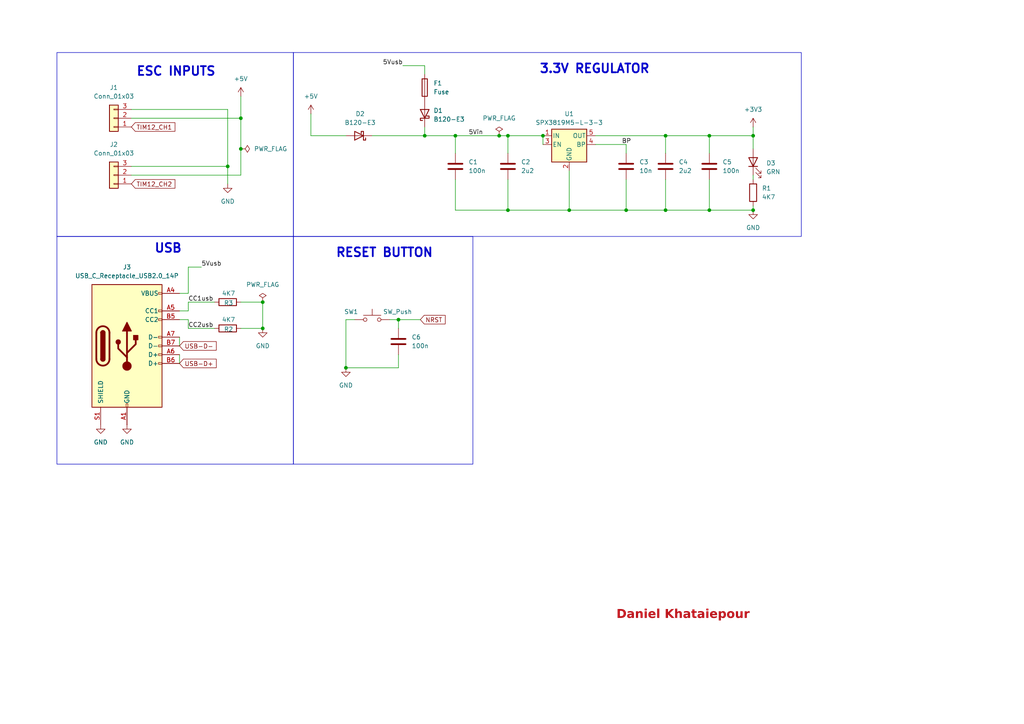
<source format=kicad_sch>
(kicad_sch
	(version 20231120)
	(generator "eeschema")
	(generator_version "8.0")
	(uuid "9949995a-e338-484b-87db-7ebe96101aca")
	(paper "A4")
	(title_block
		(title "FLIGHT CONTROLLER PCB")
		(date "2025-09-02")
	)
	(lib_symbols
		(symbol "Connector:USB_C_Receptacle_USB2.0_14P"
			(pin_names
				(offset 1.016)
			)
			(exclude_from_sim no)
			(in_bom yes)
			(on_board yes)
			(property "Reference" "J"
				(at 0 22.225 0)
				(effects
					(font
						(size 1.27 1.27)
					)
				)
			)
			(property "Value" "USB_C_Receptacle_USB2.0_14P"
				(at 0 19.685 0)
				(effects
					(font
						(size 1.27 1.27)
					)
				)
			)
			(property "Footprint" ""
				(at 3.81 0 0)
				(effects
					(font
						(size 1.27 1.27)
					)
					(hide yes)
				)
			)
			(property "Datasheet" "https://www.usb.org/sites/default/files/documents/usb_type-c.zip"
				(at 3.81 0 0)
				(effects
					(font
						(size 1.27 1.27)
					)
					(hide yes)
				)
			)
			(property "Description" "USB 2.0-only 14P Type-C Receptacle connector"
				(at 0 0 0)
				(effects
					(font
						(size 1.27 1.27)
					)
					(hide yes)
				)
			)
			(property "ki_keywords" "usb universal serial bus type-C USB2.0"
				(at 0 0 0)
				(effects
					(font
						(size 1.27 1.27)
					)
					(hide yes)
				)
			)
			(property "ki_fp_filters" "USB*C*Receptacle*"
				(at 0 0 0)
				(effects
					(font
						(size 1.27 1.27)
					)
					(hide yes)
				)
			)
			(symbol "USB_C_Receptacle_USB2.0_14P_0_0"
				(rectangle
					(start -0.254 -17.78)
					(end 0.254 -16.764)
					(stroke
						(width 0)
						(type default)
					)
					(fill
						(type none)
					)
				)
				(rectangle
					(start 10.16 -4.826)
					(end 9.144 -5.334)
					(stroke
						(width 0)
						(type default)
					)
					(fill
						(type none)
					)
				)
				(rectangle
					(start 10.16 -2.286)
					(end 9.144 -2.794)
					(stroke
						(width 0)
						(type default)
					)
					(fill
						(type none)
					)
				)
				(rectangle
					(start 10.16 0.254)
					(end 9.144 -0.254)
					(stroke
						(width 0)
						(type default)
					)
					(fill
						(type none)
					)
				)
				(rectangle
					(start 10.16 2.794)
					(end 9.144 2.286)
					(stroke
						(width 0)
						(type default)
					)
					(fill
						(type none)
					)
				)
				(rectangle
					(start 10.16 7.874)
					(end 9.144 7.366)
					(stroke
						(width 0)
						(type default)
					)
					(fill
						(type none)
					)
				)
				(rectangle
					(start 10.16 10.414)
					(end 9.144 9.906)
					(stroke
						(width 0)
						(type default)
					)
					(fill
						(type none)
					)
				)
				(rectangle
					(start 10.16 15.494)
					(end 9.144 14.986)
					(stroke
						(width 0)
						(type default)
					)
					(fill
						(type none)
					)
				)
			)
			(symbol "USB_C_Receptacle_USB2.0_14P_0_1"
				(rectangle
					(start -10.16 17.78)
					(end 10.16 -17.78)
					(stroke
						(width 0.254)
						(type default)
					)
					(fill
						(type background)
					)
				)
				(arc
					(start -8.89 -3.81)
					(mid -6.985 -5.7067)
					(end -5.08 -3.81)
					(stroke
						(width 0.508)
						(type default)
					)
					(fill
						(type none)
					)
				)
				(arc
					(start -7.62 -3.81)
					(mid -6.985 -4.4423)
					(end -6.35 -3.81)
					(stroke
						(width 0.254)
						(type default)
					)
					(fill
						(type none)
					)
				)
				(arc
					(start -7.62 -3.81)
					(mid -6.985 -4.4423)
					(end -6.35 -3.81)
					(stroke
						(width 0.254)
						(type default)
					)
					(fill
						(type outline)
					)
				)
				(rectangle
					(start -7.62 -3.81)
					(end -6.35 3.81)
					(stroke
						(width 0.254)
						(type default)
					)
					(fill
						(type outline)
					)
				)
				(arc
					(start -6.35 3.81)
					(mid -6.985 4.4423)
					(end -7.62 3.81)
					(stroke
						(width 0.254)
						(type default)
					)
					(fill
						(type none)
					)
				)
				(arc
					(start -6.35 3.81)
					(mid -6.985 4.4423)
					(end -7.62 3.81)
					(stroke
						(width 0.254)
						(type default)
					)
					(fill
						(type outline)
					)
				)
				(arc
					(start -5.08 3.81)
					(mid -6.985 5.7067)
					(end -8.89 3.81)
					(stroke
						(width 0.508)
						(type default)
					)
					(fill
						(type none)
					)
				)
				(circle
					(center -2.54 1.143)
					(radius 0.635)
					(stroke
						(width 0.254)
						(type default)
					)
					(fill
						(type outline)
					)
				)
				(circle
					(center 0 -5.842)
					(radius 1.27)
					(stroke
						(width 0)
						(type default)
					)
					(fill
						(type outline)
					)
				)
				(polyline
					(pts
						(xy -8.89 -3.81) (xy -8.89 3.81)
					)
					(stroke
						(width 0.508)
						(type default)
					)
					(fill
						(type none)
					)
				)
				(polyline
					(pts
						(xy -5.08 3.81) (xy -5.08 -3.81)
					)
					(stroke
						(width 0.508)
						(type default)
					)
					(fill
						(type none)
					)
				)
				(polyline
					(pts
						(xy 0 -5.842) (xy 0 4.318)
					)
					(stroke
						(width 0.508)
						(type default)
					)
					(fill
						(type none)
					)
				)
				(polyline
					(pts
						(xy 0 -3.302) (xy -2.54 -0.762) (xy -2.54 0.508)
					)
					(stroke
						(width 0.508)
						(type default)
					)
					(fill
						(type none)
					)
				)
				(polyline
					(pts
						(xy 0 -2.032) (xy 2.54 0.508) (xy 2.54 1.778)
					)
					(stroke
						(width 0.508)
						(type default)
					)
					(fill
						(type none)
					)
				)
				(polyline
					(pts
						(xy -1.27 4.318) (xy 0 6.858) (xy 1.27 4.318) (xy -1.27 4.318)
					)
					(stroke
						(width 0.254)
						(type default)
					)
					(fill
						(type outline)
					)
				)
				(rectangle
					(start 1.905 1.778)
					(end 3.175 3.048)
					(stroke
						(width 0.254)
						(type default)
					)
					(fill
						(type outline)
					)
				)
			)
			(symbol "USB_C_Receptacle_USB2.0_14P_1_1"
				(pin passive line
					(at 0 -22.86 90)
					(length 5.08)
					(name "GND"
						(effects
							(font
								(size 1.27 1.27)
							)
						)
					)
					(number "A1"
						(effects
							(font
								(size 1.27 1.27)
							)
						)
					)
				)
				(pin passive line
					(at 0 -22.86 90)
					(length 5.08) hide
					(name "GND"
						(effects
							(font
								(size 1.27 1.27)
							)
						)
					)
					(number "A12"
						(effects
							(font
								(size 1.27 1.27)
							)
						)
					)
				)
				(pin passive line
					(at 15.24 15.24 180)
					(length 5.08)
					(name "VBUS"
						(effects
							(font
								(size 1.27 1.27)
							)
						)
					)
					(number "A4"
						(effects
							(font
								(size 1.27 1.27)
							)
						)
					)
				)
				(pin bidirectional line
					(at 15.24 10.16 180)
					(length 5.08)
					(name "CC1"
						(effects
							(font
								(size 1.27 1.27)
							)
						)
					)
					(number "A5"
						(effects
							(font
								(size 1.27 1.27)
							)
						)
					)
				)
				(pin bidirectional line
					(at 15.24 -2.54 180)
					(length 5.08)
					(name "D+"
						(effects
							(font
								(size 1.27 1.27)
							)
						)
					)
					(number "A6"
						(effects
							(font
								(size 1.27 1.27)
							)
						)
					)
				)
				(pin bidirectional line
					(at 15.24 2.54 180)
					(length 5.08)
					(name "D-"
						(effects
							(font
								(size 1.27 1.27)
							)
						)
					)
					(number "A7"
						(effects
							(font
								(size 1.27 1.27)
							)
						)
					)
				)
				(pin passive line
					(at 15.24 15.24 180)
					(length 5.08) hide
					(name "VBUS"
						(effects
							(font
								(size 1.27 1.27)
							)
						)
					)
					(number "A9"
						(effects
							(font
								(size 1.27 1.27)
							)
						)
					)
				)
				(pin passive line
					(at 0 -22.86 90)
					(length 5.08) hide
					(name "GND"
						(effects
							(font
								(size 1.27 1.27)
							)
						)
					)
					(number "B1"
						(effects
							(font
								(size 1.27 1.27)
							)
						)
					)
				)
				(pin passive line
					(at 0 -22.86 90)
					(length 5.08) hide
					(name "GND"
						(effects
							(font
								(size 1.27 1.27)
							)
						)
					)
					(number "B12"
						(effects
							(font
								(size 1.27 1.27)
							)
						)
					)
				)
				(pin passive line
					(at 15.24 15.24 180)
					(length 5.08) hide
					(name "VBUS"
						(effects
							(font
								(size 1.27 1.27)
							)
						)
					)
					(number "B4"
						(effects
							(font
								(size 1.27 1.27)
							)
						)
					)
				)
				(pin bidirectional line
					(at 15.24 7.62 180)
					(length 5.08)
					(name "CC2"
						(effects
							(font
								(size 1.27 1.27)
							)
						)
					)
					(number "B5"
						(effects
							(font
								(size 1.27 1.27)
							)
						)
					)
				)
				(pin bidirectional line
					(at 15.24 -5.08 180)
					(length 5.08)
					(name "D+"
						(effects
							(font
								(size 1.27 1.27)
							)
						)
					)
					(number "B6"
						(effects
							(font
								(size 1.27 1.27)
							)
						)
					)
				)
				(pin bidirectional line
					(at 15.24 0 180)
					(length 5.08)
					(name "D-"
						(effects
							(font
								(size 1.27 1.27)
							)
						)
					)
					(number "B7"
						(effects
							(font
								(size 1.27 1.27)
							)
						)
					)
				)
				(pin passive line
					(at 15.24 15.24 180)
					(length 5.08) hide
					(name "VBUS"
						(effects
							(font
								(size 1.27 1.27)
							)
						)
					)
					(number "B9"
						(effects
							(font
								(size 1.27 1.27)
							)
						)
					)
				)
				(pin passive line
					(at -7.62 -22.86 90)
					(length 5.08)
					(name "SHIELD"
						(effects
							(font
								(size 1.27 1.27)
							)
						)
					)
					(number "S1"
						(effects
							(font
								(size 1.27 1.27)
							)
						)
					)
				)
			)
		)
		(symbol "Connector_Generic:Conn_01x03"
			(pin_names
				(offset 1.016) hide)
			(exclude_from_sim no)
			(in_bom yes)
			(on_board yes)
			(property "Reference" "J"
				(at 0 5.08 0)
				(effects
					(font
						(size 1.27 1.27)
					)
				)
			)
			(property "Value" "Conn_01x03"
				(at 0 -5.08 0)
				(effects
					(font
						(size 1.27 1.27)
					)
				)
			)
			(property "Footprint" ""
				(at 0 0 0)
				(effects
					(font
						(size 1.27 1.27)
					)
					(hide yes)
				)
			)
			(property "Datasheet" "~"
				(at 0 0 0)
				(effects
					(font
						(size 1.27 1.27)
					)
					(hide yes)
				)
			)
			(property "Description" "Generic connector, single row, 01x03, script generated (kicad-library-utils/schlib/autogen/connector/)"
				(at 0 0 0)
				(effects
					(font
						(size 1.27 1.27)
					)
					(hide yes)
				)
			)
			(property "ki_keywords" "connector"
				(at 0 0 0)
				(effects
					(font
						(size 1.27 1.27)
					)
					(hide yes)
				)
			)
			(property "ki_fp_filters" "Connector*:*_1x??_*"
				(at 0 0 0)
				(effects
					(font
						(size 1.27 1.27)
					)
					(hide yes)
				)
			)
			(symbol "Conn_01x03_1_1"
				(rectangle
					(start -1.27 -2.413)
					(end 0 -2.667)
					(stroke
						(width 0.1524)
						(type default)
					)
					(fill
						(type none)
					)
				)
				(rectangle
					(start -1.27 0.127)
					(end 0 -0.127)
					(stroke
						(width 0.1524)
						(type default)
					)
					(fill
						(type none)
					)
				)
				(rectangle
					(start -1.27 2.667)
					(end 0 2.413)
					(stroke
						(width 0.1524)
						(type default)
					)
					(fill
						(type none)
					)
				)
				(rectangle
					(start -1.27 3.81)
					(end 1.27 -3.81)
					(stroke
						(width 0.254)
						(type default)
					)
					(fill
						(type background)
					)
				)
				(pin passive line
					(at -5.08 2.54 0)
					(length 3.81)
					(name "Pin_1"
						(effects
							(font
								(size 1.27 1.27)
							)
						)
					)
					(number "1"
						(effects
							(font
								(size 1.27 1.27)
							)
						)
					)
				)
				(pin passive line
					(at -5.08 0 0)
					(length 3.81)
					(name "Pin_2"
						(effects
							(font
								(size 1.27 1.27)
							)
						)
					)
					(number "2"
						(effects
							(font
								(size 1.27 1.27)
							)
						)
					)
				)
				(pin passive line
					(at -5.08 -2.54 0)
					(length 3.81)
					(name "Pin_3"
						(effects
							(font
								(size 1.27 1.27)
							)
						)
					)
					(number "3"
						(effects
							(font
								(size 1.27 1.27)
							)
						)
					)
				)
			)
		)
		(symbol "Device:C"
			(pin_numbers hide)
			(pin_names
				(offset 0.254)
			)
			(exclude_from_sim no)
			(in_bom yes)
			(on_board yes)
			(property "Reference" "C"
				(at 0.635 2.54 0)
				(effects
					(font
						(size 1.27 1.27)
					)
					(justify left)
				)
			)
			(property "Value" "C"
				(at 0.635 -2.54 0)
				(effects
					(font
						(size 1.27 1.27)
					)
					(justify left)
				)
			)
			(property "Footprint" ""
				(at 0.9652 -3.81 0)
				(effects
					(font
						(size 1.27 1.27)
					)
					(hide yes)
				)
			)
			(property "Datasheet" "~"
				(at 0 0 0)
				(effects
					(font
						(size 1.27 1.27)
					)
					(hide yes)
				)
			)
			(property "Description" "Unpolarized capacitor"
				(at 0 0 0)
				(effects
					(font
						(size 1.27 1.27)
					)
					(hide yes)
				)
			)
			(property "ki_keywords" "cap capacitor"
				(at 0 0 0)
				(effects
					(font
						(size 1.27 1.27)
					)
					(hide yes)
				)
			)
			(property "ki_fp_filters" "C_*"
				(at 0 0 0)
				(effects
					(font
						(size 1.27 1.27)
					)
					(hide yes)
				)
			)
			(symbol "C_0_1"
				(polyline
					(pts
						(xy -2.032 -0.762) (xy 2.032 -0.762)
					)
					(stroke
						(width 0.508)
						(type default)
					)
					(fill
						(type none)
					)
				)
				(polyline
					(pts
						(xy -2.032 0.762) (xy 2.032 0.762)
					)
					(stroke
						(width 0.508)
						(type default)
					)
					(fill
						(type none)
					)
				)
			)
			(symbol "C_1_1"
				(pin passive line
					(at 0 3.81 270)
					(length 2.794)
					(name "~"
						(effects
							(font
								(size 1.27 1.27)
							)
						)
					)
					(number "1"
						(effects
							(font
								(size 1.27 1.27)
							)
						)
					)
				)
				(pin passive line
					(at 0 -3.81 90)
					(length 2.794)
					(name "~"
						(effects
							(font
								(size 1.27 1.27)
							)
						)
					)
					(number "2"
						(effects
							(font
								(size 1.27 1.27)
							)
						)
					)
				)
			)
		)
		(symbol "Device:Fuse"
			(pin_numbers hide)
			(pin_names
				(offset 0)
			)
			(exclude_from_sim no)
			(in_bom yes)
			(on_board yes)
			(property "Reference" "F"
				(at 2.032 0 90)
				(effects
					(font
						(size 1.27 1.27)
					)
				)
			)
			(property "Value" "Fuse"
				(at -1.905 0 90)
				(effects
					(font
						(size 1.27 1.27)
					)
				)
			)
			(property "Footprint" ""
				(at -1.778 0 90)
				(effects
					(font
						(size 1.27 1.27)
					)
					(hide yes)
				)
			)
			(property "Datasheet" "~"
				(at 0 0 0)
				(effects
					(font
						(size 1.27 1.27)
					)
					(hide yes)
				)
			)
			(property "Description" "Fuse"
				(at 0 0 0)
				(effects
					(font
						(size 1.27 1.27)
					)
					(hide yes)
				)
			)
			(property "ki_keywords" "fuse"
				(at 0 0 0)
				(effects
					(font
						(size 1.27 1.27)
					)
					(hide yes)
				)
			)
			(property "ki_fp_filters" "*Fuse*"
				(at 0 0 0)
				(effects
					(font
						(size 1.27 1.27)
					)
					(hide yes)
				)
			)
			(symbol "Fuse_0_1"
				(rectangle
					(start -0.762 -2.54)
					(end 0.762 2.54)
					(stroke
						(width 0.254)
						(type default)
					)
					(fill
						(type none)
					)
				)
				(polyline
					(pts
						(xy 0 2.54) (xy 0 -2.54)
					)
					(stroke
						(width 0)
						(type default)
					)
					(fill
						(type none)
					)
				)
			)
			(symbol "Fuse_1_1"
				(pin passive line
					(at 0 3.81 270)
					(length 1.27)
					(name "~"
						(effects
							(font
								(size 1.27 1.27)
							)
						)
					)
					(number "1"
						(effects
							(font
								(size 1.27 1.27)
							)
						)
					)
				)
				(pin passive line
					(at 0 -3.81 90)
					(length 1.27)
					(name "~"
						(effects
							(font
								(size 1.27 1.27)
							)
						)
					)
					(number "2"
						(effects
							(font
								(size 1.27 1.27)
							)
						)
					)
				)
			)
		)
		(symbol "Device:LED"
			(pin_numbers hide)
			(pin_names
				(offset 1.016) hide)
			(exclude_from_sim no)
			(in_bom yes)
			(on_board yes)
			(property "Reference" "D"
				(at 0 2.54 0)
				(effects
					(font
						(size 1.27 1.27)
					)
				)
			)
			(property "Value" "LED"
				(at 0 -2.54 0)
				(effects
					(font
						(size 1.27 1.27)
					)
				)
			)
			(property "Footprint" ""
				(at 0 0 0)
				(effects
					(font
						(size 1.27 1.27)
					)
					(hide yes)
				)
			)
			(property "Datasheet" "~"
				(at 0 0 0)
				(effects
					(font
						(size 1.27 1.27)
					)
					(hide yes)
				)
			)
			(property "Description" "Light emitting diode"
				(at 0 0 0)
				(effects
					(font
						(size 1.27 1.27)
					)
					(hide yes)
				)
			)
			(property "ki_keywords" "LED diode"
				(at 0 0 0)
				(effects
					(font
						(size 1.27 1.27)
					)
					(hide yes)
				)
			)
			(property "ki_fp_filters" "LED* LED_SMD:* LED_THT:*"
				(at 0 0 0)
				(effects
					(font
						(size 1.27 1.27)
					)
					(hide yes)
				)
			)
			(symbol "LED_0_1"
				(polyline
					(pts
						(xy -1.27 -1.27) (xy -1.27 1.27)
					)
					(stroke
						(width 0.254)
						(type default)
					)
					(fill
						(type none)
					)
				)
				(polyline
					(pts
						(xy -1.27 0) (xy 1.27 0)
					)
					(stroke
						(width 0)
						(type default)
					)
					(fill
						(type none)
					)
				)
				(polyline
					(pts
						(xy 1.27 -1.27) (xy 1.27 1.27) (xy -1.27 0) (xy 1.27 -1.27)
					)
					(stroke
						(width 0.254)
						(type default)
					)
					(fill
						(type none)
					)
				)
				(polyline
					(pts
						(xy -3.048 -0.762) (xy -4.572 -2.286) (xy -3.81 -2.286) (xy -4.572 -2.286) (xy -4.572 -1.524)
					)
					(stroke
						(width 0)
						(type default)
					)
					(fill
						(type none)
					)
				)
				(polyline
					(pts
						(xy -1.778 -0.762) (xy -3.302 -2.286) (xy -2.54 -2.286) (xy -3.302 -2.286) (xy -3.302 -1.524)
					)
					(stroke
						(width 0)
						(type default)
					)
					(fill
						(type none)
					)
				)
			)
			(symbol "LED_1_1"
				(pin passive line
					(at -3.81 0 0)
					(length 2.54)
					(name "K"
						(effects
							(font
								(size 1.27 1.27)
							)
						)
					)
					(number "1"
						(effects
							(font
								(size 1.27 1.27)
							)
						)
					)
				)
				(pin passive line
					(at 3.81 0 180)
					(length 2.54)
					(name "A"
						(effects
							(font
								(size 1.27 1.27)
							)
						)
					)
					(number "2"
						(effects
							(font
								(size 1.27 1.27)
							)
						)
					)
				)
			)
		)
		(symbol "Device:R"
			(pin_numbers hide)
			(pin_names
				(offset 0)
			)
			(exclude_from_sim no)
			(in_bom yes)
			(on_board yes)
			(property "Reference" "R"
				(at 2.032 0 90)
				(effects
					(font
						(size 1.27 1.27)
					)
				)
			)
			(property "Value" "R"
				(at 0 0 90)
				(effects
					(font
						(size 1.27 1.27)
					)
				)
			)
			(property "Footprint" ""
				(at -1.778 0 90)
				(effects
					(font
						(size 1.27 1.27)
					)
					(hide yes)
				)
			)
			(property "Datasheet" "~"
				(at 0 0 0)
				(effects
					(font
						(size 1.27 1.27)
					)
					(hide yes)
				)
			)
			(property "Description" "Resistor"
				(at 0 0 0)
				(effects
					(font
						(size 1.27 1.27)
					)
					(hide yes)
				)
			)
			(property "ki_keywords" "R res resistor"
				(at 0 0 0)
				(effects
					(font
						(size 1.27 1.27)
					)
					(hide yes)
				)
			)
			(property "ki_fp_filters" "R_*"
				(at 0 0 0)
				(effects
					(font
						(size 1.27 1.27)
					)
					(hide yes)
				)
			)
			(symbol "R_0_1"
				(rectangle
					(start -1.016 -2.54)
					(end 1.016 2.54)
					(stroke
						(width 0.254)
						(type default)
					)
					(fill
						(type none)
					)
				)
			)
			(symbol "R_1_1"
				(pin passive line
					(at 0 3.81 270)
					(length 1.27)
					(name "~"
						(effects
							(font
								(size 1.27 1.27)
							)
						)
					)
					(number "1"
						(effects
							(font
								(size 1.27 1.27)
							)
						)
					)
				)
				(pin passive line
					(at 0 -3.81 90)
					(length 1.27)
					(name "~"
						(effects
							(font
								(size 1.27 1.27)
							)
						)
					)
					(number "2"
						(effects
							(font
								(size 1.27 1.27)
							)
						)
					)
				)
			)
		)
		(symbol "Diode:B120-E3"
			(pin_numbers hide)
			(pin_names hide)
			(exclude_from_sim no)
			(in_bom yes)
			(on_board yes)
			(property "Reference" "D"
				(at 0 2.54 0)
				(effects
					(font
						(size 1.27 1.27)
					)
				)
			)
			(property "Value" "B120-E3"
				(at 0 -2.54 0)
				(effects
					(font
						(size 1.27 1.27)
					)
				)
			)
			(property "Footprint" "Diode_SMD:D_SMA"
				(at 0 -4.445 0)
				(effects
					(font
						(size 1.27 1.27)
					)
					(hide yes)
				)
			)
			(property "Datasheet" "http://www.vishay.com/docs/88946/b120.pdf"
				(at 0 0 0)
				(effects
					(font
						(size 1.27 1.27)
					)
					(hide yes)
				)
			)
			(property "Description" "20V 1A Schottky Barrier Rectifier Diode, SMA(DO-214AC)"
				(at 0 0 0)
				(effects
					(font
						(size 1.27 1.27)
					)
					(hide yes)
				)
			)
			(property "ki_keywords" "diode Schottky"
				(at 0 0 0)
				(effects
					(font
						(size 1.27 1.27)
					)
					(hide yes)
				)
			)
			(property "ki_fp_filters" "D*SMA*"
				(at 0 0 0)
				(effects
					(font
						(size 1.27 1.27)
					)
					(hide yes)
				)
			)
			(symbol "B120-E3_0_1"
				(polyline
					(pts
						(xy 1.27 0) (xy -1.27 0)
					)
					(stroke
						(width 0)
						(type default)
					)
					(fill
						(type none)
					)
				)
				(polyline
					(pts
						(xy 1.27 1.27) (xy 1.27 -1.27) (xy -1.27 0) (xy 1.27 1.27)
					)
					(stroke
						(width 0.254)
						(type default)
					)
					(fill
						(type none)
					)
				)
				(polyline
					(pts
						(xy -1.905 0.635) (xy -1.905 1.27) (xy -1.27 1.27) (xy -1.27 -1.27) (xy -0.635 -1.27) (xy -0.635 -0.635)
					)
					(stroke
						(width 0.254)
						(type default)
					)
					(fill
						(type none)
					)
				)
			)
			(symbol "B120-E3_1_1"
				(pin passive line
					(at -3.81 0 0)
					(length 2.54)
					(name "K"
						(effects
							(font
								(size 1.27 1.27)
							)
						)
					)
					(number "1"
						(effects
							(font
								(size 1.27 1.27)
							)
						)
					)
				)
				(pin passive line
					(at 3.81 0 180)
					(length 2.54)
					(name "A"
						(effects
							(font
								(size 1.27 1.27)
							)
						)
					)
					(number "2"
						(effects
							(font
								(size 1.27 1.27)
							)
						)
					)
				)
			)
		)
		(symbol "Regulator_Linear:SPX3819M5-L-3-3"
			(pin_names
				(offset 0.254)
			)
			(exclude_from_sim no)
			(in_bom yes)
			(on_board yes)
			(property "Reference" "U"
				(at -3.81 5.715 0)
				(effects
					(font
						(size 1.27 1.27)
					)
				)
			)
			(property "Value" "SPX3819M5-L-3-3"
				(at 0 5.715 0)
				(effects
					(font
						(size 1.27 1.27)
					)
					(justify left)
				)
			)
			(property "Footprint" "Package_TO_SOT_SMD:SOT-23-5"
				(at 0 8.255 0)
				(effects
					(font
						(size 1.27 1.27)
					)
					(hide yes)
				)
			)
			(property "Datasheet" "https://www.exar.com/content/document.ashx?id=22106&languageid=1033&type=Datasheet&partnumber=SPX3819&filename=SPX3819.pdf&part=SPX3819"
				(at 0 0 0)
				(effects
					(font
						(size 1.27 1.27)
					)
					(hide yes)
				)
			)
			(property "Description" "500mA Low drop-out regulator, Fixed Output 3.3V, SOT-23-5"
				(at 0 0 0)
				(effects
					(font
						(size 1.27 1.27)
					)
					(hide yes)
				)
			)
			(property "ki_keywords" "REGULATOR LDO 3.3V"
				(at 0 0 0)
				(effects
					(font
						(size 1.27 1.27)
					)
					(hide yes)
				)
			)
			(property "ki_fp_filters" "SOT?23*"
				(at 0 0 0)
				(effects
					(font
						(size 1.27 1.27)
					)
					(hide yes)
				)
			)
			(symbol "SPX3819M5-L-3-3_0_1"
				(rectangle
					(start -5.08 4.445)
					(end 5.08 -5.08)
					(stroke
						(width 0.254)
						(type default)
					)
					(fill
						(type background)
					)
				)
			)
			(symbol "SPX3819M5-L-3-3_1_1"
				(pin power_in line
					(at -7.62 2.54 0)
					(length 2.54)
					(name "IN"
						(effects
							(font
								(size 1.27 1.27)
							)
						)
					)
					(number "1"
						(effects
							(font
								(size 1.27 1.27)
							)
						)
					)
				)
				(pin power_in line
					(at 0 -7.62 90)
					(length 2.54)
					(name "GND"
						(effects
							(font
								(size 1.27 1.27)
							)
						)
					)
					(number "2"
						(effects
							(font
								(size 1.27 1.27)
							)
						)
					)
				)
				(pin input line
					(at -7.62 0 0)
					(length 2.54)
					(name "EN"
						(effects
							(font
								(size 1.27 1.27)
							)
						)
					)
					(number "3"
						(effects
							(font
								(size 1.27 1.27)
							)
						)
					)
				)
				(pin input line
					(at 7.62 0 180)
					(length 2.54)
					(name "BP"
						(effects
							(font
								(size 1.27 1.27)
							)
						)
					)
					(number "4"
						(effects
							(font
								(size 1.27 1.27)
							)
						)
					)
				)
				(pin power_out line
					(at 7.62 2.54 180)
					(length 2.54)
					(name "OUT"
						(effects
							(font
								(size 1.27 1.27)
							)
						)
					)
					(number "5"
						(effects
							(font
								(size 1.27 1.27)
							)
						)
					)
				)
			)
		)
		(symbol "Switch:SW_Push"
			(pin_numbers hide)
			(pin_names
				(offset 1.016) hide)
			(exclude_from_sim no)
			(in_bom yes)
			(on_board yes)
			(property "Reference" "SW"
				(at 1.27 2.54 0)
				(effects
					(font
						(size 1.27 1.27)
					)
					(justify left)
				)
			)
			(property "Value" "SW_Push"
				(at 0 -1.524 0)
				(effects
					(font
						(size 1.27 1.27)
					)
				)
			)
			(property "Footprint" ""
				(at 0 5.08 0)
				(effects
					(font
						(size 1.27 1.27)
					)
					(hide yes)
				)
			)
			(property "Datasheet" "~"
				(at 0 5.08 0)
				(effects
					(font
						(size 1.27 1.27)
					)
					(hide yes)
				)
			)
			(property "Description" "Push button switch, generic, two pins"
				(at 0 0 0)
				(effects
					(font
						(size 1.27 1.27)
					)
					(hide yes)
				)
			)
			(property "ki_keywords" "switch normally-open pushbutton push-button"
				(at 0 0 0)
				(effects
					(font
						(size 1.27 1.27)
					)
					(hide yes)
				)
			)
			(symbol "SW_Push_0_1"
				(circle
					(center -2.032 0)
					(radius 0.508)
					(stroke
						(width 0)
						(type default)
					)
					(fill
						(type none)
					)
				)
				(polyline
					(pts
						(xy 0 1.27) (xy 0 3.048)
					)
					(stroke
						(width 0)
						(type default)
					)
					(fill
						(type none)
					)
				)
				(polyline
					(pts
						(xy 2.54 1.27) (xy -2.54 1.27)
					)
					(stroke
						(width 0)
						(type default)
					)
					(fill
						(type none)
					)
				)
				(circle
					(center 2.032 0)
					(radius 0.508)
					(stroke
						(width 0)
						(type default)
					)
					(fill
						(type none)
					)
				)
				(pin passive line
					(at -5.08 0 0)
					(length 2.54)
					(name "1"
						(effects
							(font
								(size 1.27 1.27)
							)
						)
					)
					(number "1"
						(effects
							(font
								(size 1.27 1.27)
							)
						)
					)
				)
				(pin passive line
					(at 5.08 0 180)
					(length 2.54)
					(name "2"
						(effects
							(font
								(size 1.27 1.27)
							)
						)
					)
					(number "2"
						(effects
							(font
								(size 1.27 1.27)
							)
						)
					)
				)
			)
		)
		(symbol "power:+3V3"
			(power)
			(pin_numbers hide)
			(pin_names
				(offset 0) hide)
			(exclude_from_sim no)
			(in_bom yes)
			(on_board yes)
			(property "Reference" "#PWR"
				(at 0 -3.81 0)
				(effects
					(font
						(size 1.27 1.27)
					)
					(hide yes)
				)
			)
			(property "Value" "+3V3"
				(at 0 3.556 0)
				(effects
					(font
						(size 1.27 1.27)
					)
				)
			)
			(property "Footprint" ""
				(at 0 0 0)
				(effects
					(font
						(size 1.27 1.27)
					)
					(hide yes)
				)
			)
			(property "Datasheet" ""
				(at 0 0 0)
				(effects
					(font
						(size 1.27 1.27)
					)
					(hide yes)
				)
			)
			(property "Description" "Power symbol creates a global label with name \"+3V3\""
				(at 0 0 0)
				(effects
					(font
						(size 1.27 1.27)
					)
					(hide yes)
				)
			)
			(property "ki_keywords" "global power"
				(at 0 0 0)
				(effects
					(font
						(size 1.27 1.27)
					)
					(hide yes)
				)
			)
			(symbol "+3V3_0_1"
				(polyline
					(pts
						(xy -0.762 1.27) (xy 0 2.54)
					)
					(stroke
						(width 0)
						(type default)
					)
					(fill
						(type none)
					)
				)
				(polyline
					(pts
						(xy 0 0) (xy 0 2.54)
					)
					(stroke
						(width 0)
						(type default)
					)
					(fill
						(type none)
					)
				)
				(polyline
					(pts
						(xy 0 2.54) (xy 0.762 1.27)
					)
					(stroke
						(width 0)
						(type default)
					)
					(fill
						(type none)
					)
				)
			)
			(symbol "+3V3_1_1"
				(pin power_in line
					(at 0 0 90)
					(length 0)
					(name "~"
						(effects
							(font
								(size 1.27 1.27)
							)
						)
					)
					(number "1"
						(effects
							(font
								(size 1.27 1.27)
							)
						)
					)
				)
			)
		)
		(symbol "power:+5V"
			(power)
			(pin_numbers hide)
			(pin_names
				(offset 0) hide)
			(exclude_from_sim no)
			(in_bom yes)
			(on_board yes)
			(property "Reference" "#PWR"
				(at 0 -3.81 0)
				(effects
					(font
						(size 1.27 1.27)
					)
					(hide yes)
				)
			)
			(property "Value" "+5V"
				(at 0 3.556 0)
				(effects
					(font
						(size 1.27 1.27)
					)
				)
			)
			(property "Footprint" ""
				(at 0 0 0)
				(effects
					(font
						(size 1.27 1.27)
					)
					(hide yes)
				)
			)
			(property "Datasheet" ""
				(at 0 0 0)
				(effects
					(font
						(size 1.27 1.27)
					)
					(hide yes)
				)
			)
			(property "Description" "Power symbol creates a global label with name \"+5V\""
				(at 0 0 0)
				(effects
					(font
						(size 1.27 1.27)
					)
					(hide yes)
				)
			)
			(property "ki_keywords" "global power"
				(at 0 0 0)
				(effects
					(font
						(size 1.27 1.27)
					)
					(hide yes)
				)
			)
			(symbol "+5V_0_1"
				(polyline
					(pts
						(xy -0.762 1.27) (xy 0 2.54)
					)
					(stroke
						(width 0)
						(type default)
					)
					(fill
						(type none)
					)
				)
				(polyline
					(pts
						(xy 0 0) (xy 0 2.54)
					)
					(stroke
						(width 0)
						(type default)
					)
					(fill
						(type none)
					)
				)
				(polyline
					(pts
						(xy 0 2.54) (xy 0.762 1.27)
					)
					(stroke
						(width 0)
						(type default)
					)
					(fill
						(type none)
					)
				)
			)
			(symbol "+5V_1_1"
				(pin power_in line
					(at 0 0 90)
					(length 0)
					(name "~"
						(effects
							(font
								(size 1.27 1.27)
							)
						)
					)
					(number "1"
						(effects
							(font
								(size 1.27 1.27)
							)
						)
					)
				)
			)
		)
		(symbol "power:GND"
			(power)
			(pin_numbers hide)
			(pin_names
				(offset 0) hide)
			(exclude_from_sim no)
			(in_bom yes)
			(on_board yes)
			(property "Reference" "#PWR"
				(at 0 -6.35 0)
				(effects
					(font
						(size 1.27 1.27)
					)
					(hide yes)
				)
			)
			(property "Value" "GND"
				(at 0 -3.81 0)
				(effects
					(font
						(size 1.27 1.27)
					)
				)
			)
			(property "Footprint" ""
				(at 0 0 0)
				(effects
					(font
						(size 1.27 1.27)
					)
					(hide yes)
				)
			)
			(property "Datasheet" ""
				(at 0 0 0)
				(effects
					(font
						(size 1.27 1.27)
					)
					(hide yes)
				)
			)
			(property "Description" "Power symbol creates a global label with name \"GND\" , ground"
				(at 0 0 0)
				(effects
					(font
						(size 1.27 1.27)
					)
					(hide yes)
				)
			)
			(property "ki_keywords" "global power"
				(at 0 0 0)
				(effects
					(font
						(size 1.27 1.27)
					)
					(hide yes)
				)
			)
			(symbol "GND_0_1"
				(polyline
					(pts
						(xy 0 0) (xy 0 -1.27) (xy 1.27 -1.27) (xy 0 -2.54) (xy -1.27 -1.27) (xy 0 -1.27)
					)
					(stroke
						(width 0)
						(type default)
					)
					(fill
						(type none)
					)
				)
			)
			(symbol "GND_1_1"
				(pin power_in line
					(at 0 0 270)
					(length 0)
					(name "~"
						(effects
							(font
								(size 1.27 1.27)
							)
						)
					)
					(number "1"
						(effects
							(font
								(size 1.27 1.27)
							)
						)
					)
				)
			)
		)
		(symbol "power:PWR_FLAG"
			(power)
			(pin_numbers hide)
			(pin_names
				(offset 0) hide)
			(exclude_from_sim no)
			(in_bom yes)
			(on_board yes)
			(property "Reference" "#FLG"
				(at 0 1.905 0)
				(effects
					(font
						(size 1.27 1.27)
					)
					(hide yes)
				)
			)
			(property "Value" "PWR_FLAG"
				(at 0 3.81 0)
				(effects
					(font
						(size 1.27 1.27)
					)
				)
			)
			(property "Footprint" ""
				(at 0 0 0)
				(effects
					(font
						(size 1.27 1.27)
					)
					(hide yes)
				)
			)
			(property "Datasheet" "~"
				(at 0 0 0)
				(effects
					(font
						(size 1.27 1.27)
					)
					(hide yes)
				)
			)
			(property "Description" "Special symbol for telling ERC where power comes from"
				(at 0 0 0)
				(effects
					(font
						(size 1.27 1.27)
					)
					(hide yes)
				)
			)
			(property "ki_keywords" "flag power"
				(at 0 0 0)
				(effects
					(font
						(size 1.27 1.27)
					)
					(hide yes)
				)
			)
			(symbol "PWR_FLAG_0_0"
				(pin power_out line
					(at 0 0 90)
					(length 0)
					(name "~"
						(effects
							(font
								(size 1.27 1.27)
							)
						)
					)
					(number "1"
						(effects
							(font
								(size 1.27 1.27)
							)
						)
					)
				)
			)
			(symbol "PWR_FLAG_0_1"
				(polyline
					(pts
						(xy 0 0) (xy 0 1.27) (xy -1.016 1.905) (xy 0 2.54) (xy 1.016 1.905) (xy 0 1.27)
					)
					(stroke
						(width 0)
						(type default)
					)
					(fill
						(type none)
					)
				)
			)
		)
	)
	(junction
		(at 218.44 60.96)
		(diameter 0)
		(color 0 0 0 0)
		(uuid "0133cb0b-5758-4028-a7a0-2c5d2bc6d80c")
	)
	(junction
		(at 66.04 48.26)
		(diameter 0)
		(color 0 0 0 0)
		(uuid "03cfaf42-e2a9-48ca-8736-c58295e2bd7d")
	)
	(junction
		(at 100.33 106.68)
		(diameter 0)
		(color 0 0 0 0)
		(uuid "0487bc57-8e8b-4431-b636-f673ed4a7dfd")
	)
	(junction
		(at 147.32 60.96)
		(diameter 0)
		(color 0 0 0 0)
		(uuid "0bf11e50-f2de-443e-b86a-fd75bf75dfa9")
	)
	(junction
		(at 218.44 39.37)
		(diameter 0)
		(color 0 0 0 0)
		(uuid "1c6ea600-264e-4d83-94f9-f6298210cfe1")
	)
	(junction
		(at 205.74 60.96)
		(diameter 0)
		(color 0 0 0 0)
		(uuid "1e430347-4245-4929-80ba-3a174eb5701f")
	)
	(junction
		(at 157.48 39.37)
		(diameter 0)
		(color 0 0 0 0)
		(uuid "292a1882-828e-41c3-a130-879cd13d7228")
	)
	(junction
		(at 193.04 39.37)
		(diameter 0)
		(color 0 0 0 0)
		(uuid "4de0d442-355b-41c9-a654-5c8d147bedca")
	)
	(junction
		(at 76.2 87.63)
		(diameter 0)
		(color 0 0 0 0)
		(uuid "657fee67-263a-4eb2-8e5b-4062cf3e3255")
	)
	(junction
		(at 132.08 39.37)
		(diameter 0)
		(color 0 0 0 0)
		(uuid "700c066e-1143-4d4e-97b5-f24eac55e0b5")
	)
	(junction
		(at 76.2 95.25)
		(diameter 0)
		(color 0 0 0 0)
		(uuid "85275765-1618-40ee-b667-a92e39a2adae")
	)
	(junction
		(at 205.74 39.37)
		(diameter 0)
		(color 0 0 0 0)
		(uuid "88d6d46f-d549-406d-b4df-1ef0ecbface2")
	)
	(junction
		(at 123.19 39.37)
		(diameter 0)
		(color 0 0 0 0)
		(uuid "897f397d-ccfb-453a-ab0d-9420d4ddacfa")
	)
	(junction
		(at 147.32 39.37)
		(diameter 0)
		(color 0 0 0 0)
		(uuid "a7f5a319-da68-4c75-affc-fd3c1a10c2ba")
	)
	(junction
		(at 69.85 43.18)
		(diameter 0)
		(color 0 0 0 0)
		(uuid "a83da3cd-4308-41b3-9056-956accb42e84")
	)
	(junction
		(at 193.04 60.96)
		(diameter 0)
		(color 0 0 0 0)
		(uuid "dd43f25d-fa59-468b-83e0-0a6b3b387ec7")
	)
	(junction
		(at 144.78 39.37)
		(diameter 0)
		(color 0 0 0 0)
		(uuid "deeb295d-e316-4fc2-8736-d1f5d63d2cc4")
	)
	(junction
		(at 69.85 34.29)
		(diameter 0)
		(color 0 0 0 0)
		(uuid "e2d8086e-cec3-49ce-9c42-4c62b67ec882")
	)
	(junction
		(at 165.1 60.96)
		(diameter 0)
		(color 0 0 0 0)
		(uuid "e4038591-4924-4e60-853a-f82cd1562ea9")
	)
	(junction
		(at 115.57 92.71)
		(diameter 0)
		(color 0 0 0 0)
		(uuid "f9476c04-2bcd-4d64-b3ca-240b5887c717")
	)
	(junction
		(at 181.61 60.96)
		(diameter 0)
		(color 0 0 0 0)
		(uuid "fe09886d-ac21-4624-a6f7-18aa4abf5d8b")
	)
	(wire
		(pts
			(xy 54.61 95.25) (xy 62.23 95.25)
		)
		(stroke
			(width 0)
			(type default)
		)
		(uuid "07b40330-2f85-4f04-ba48-6ce6deeab23d")
	)
	(wire
		(pts
			(xy 147.32 52.07) (xy 147.32 60.96)
		)
		(stroke
			(width 0)
			(type default)
		)
		(uuid "0ae0d0a1-9cc3-4caa-82cd-3703a6e2f018")
	)
	(wire
		(pts
			(xy 123.19 39.37) (xy 123.19 36.83)
		)
		(stroke
			(width 0)
			(type default)
		)
		(uuid "0d7a9b49-ef0b-48be-a82b-3fc47789252c")
	)
	(wire
		(pts
			(xy 54.61 92.71) (xy 54.61 95.25)
		)
		(stroke
			(width 0)
			(type default)
		)
		(uuid "0dc2313f-2541-418b-a29a-0a5e27052289")
	)
	(wire
		(pts
			(xy 147.32 39.37) (xy 147.32 44.45)
		)
		(stroke
			(width 0)
			(type default)
		)
		(uuid "1154df45-9456-4bca-87c8-8d53063e4d0b")
	)
	(wire
		(pts
			(xy 113.03 92.71) (xy 115.57 92.71)
		)
		(stroke
			(width 0)
			(type default)
		)
		(uuid "14458a4d-f524-4f82-baad-9db7afc1d585")
	)
	(wire
		(pts
			(xy 181.61 41.91) (xy 181.61 44.45)
		)
		(stroke
			(width 0)
			(type default)
		)
		(uuid "1665e029-c16e-47d5-8340-65f283252ce3")
	)
	(wire
		(pts
			(xy 218.44 43.18) (xy 218.44 39.37)
		)
		(stroke
			(width 0)
			(type default)
		)
		(uuid "18d73a1b-50cf-4b64-af46-26c84ca59185")
	)
	(wire
		(pts
			(xy 147.32 39.37) (xy 157.48 39.37)
		)
		(stroke
			(width 0)
			(type default)
		)
		(uuid "1b4947c0-7e29-4775-a610-f7a432bcec9c")
	)
	(wire
		(pts
			(xy 157.48 39.37) (xy 157.48 41.91)
		)
		(stroke
			(width 0)
			(type default)
		)
		(uuid "29ef9e71-29c4-4d2f-a8e8-254519296f54")
	)
	(wire
		(pts
			(xy 54.61 87.63) (xy 62.23 87.63)
		)
		(stroke
			(width 0)
			(type default)
		)
		(uuid "2e22f9d8-0354-434e-8a7c-bfaf7cfbd9d1")
	)
	(wire
		(pts
			(xy 54.61 90.17) (xy 52.07 90.17)
		)
		(stroke
			(width 0)
			(type default)
		)
		(uuid "2f9264a0-f425-4c90-b202-9d5d5327695d")
	)
	(wire
		(pts
			(xy 115.57 106.68) (xy 115.57 102.87)
		)
		(stroke
			(width 0)
			(type default)
		)
		(uuid "329a20ea-4ba5-41c2-9dc9-76380ddb4b52")
	)
	(wire
		(pts
			(xy 76.2 87.63) (xy 76.2 95.25)
		)
		(stroke
			(width 0)
			(type default)
		)
		(uuid "3ff0d8c7-fd7c-4f9e-8467-6fd6f66ec62f")
	)
	(wire
		(pts
			(xy 100.33 106.68) (xy 115.57 106.68)
		)
		(stroke
			(width 0)
			(type default)
		)
		(uuid "41881d13-c09d-43ce-8994-b2696d9a6ca5")
	)
	(wire
		(pts
			(xy 107.95 39.37) (xy 123.19 39.37)
		)
		(stroke
			(width 0)
			(type default)
		)
		(uuid "45bd3c11-10b3-41be-8bbd-672007dd7ec4")
	)
	(wire
		(pts
			(xy 205.74 60.96) (xy 193.04 60.96)
		)
		(stroke
			(width 0)
			(type default)
		)
		(uuid "4f821d48-dea5-4c29-a739-0036ff72de47")
	)
	(wire
		(pts
			(xy 69.85 43.18) (xy 69.85 50.8)
		)
		(stroke
			(width 0)
			(type default)
		)
		(uuid "55637e32-9056-41fb-a9e6-a7b45fa86df4")
	)
	(wire
		(pts
			(xy 76.2 95.25) (xy 69.85 95.25)
		)
		(stroke
			(width 0)
			(type default)
		)
		(uuid "57d6293b-3f1b-47ff-8511-3dfcb1cd9059")
	)
	(wire
		(pts
			(xy 165.1 60.96) (xy 181.61 60.96)
		)
		(stroke
			(width 0)
			(type default)
		)
		(uuid "59bea30a-252b-4c5e-b66b-0c52bfd39f4a")
	)
	(wire
		(pts
			(xy 218.44 39.37) (xy 205.74 39.37)
		)
		(stroke
			(width 0)
			(type default)
		)
		(uuid "5a70f982-0d98-4e21-9b36-db73e2b15a54")
	)
	(wire
		(pts
			(xy 205.74 39.37) (xy 205.74 44.45)
		)
		(stroke
			(width 0)
			(type default)
		)
		(uuid "5d0939a0-9340-403c-9143-e850e358fb38")
	)
	(wire
		(pts
			(xy 205.74 39.37) (xy 193.04 39.37)
		)
		(stroke
			(width 0)
			(type default)
		)
		(uuid "611c1e24-6e25-439a-bb75-6d362fa44cae")
	)
	(wire
		(pts
			(xy 218.44 50.8) (xy 218.44 52.07)
		)
		(stroke
			(width 0)
			(type default)
		)
		(uuid "614d0f5f-5a99-47f9-b577-355b96f51446")
	)
	(wire
		(pts
			(xy 165.1 49.53) (xy 165.1 60.96)
		)
		(stroke
			(width 0)
			(type default)
		)
		(uuid "62058cae-9862-40be-b8c1-16b7b9bd4c1d")
	)
	(wire
		(pts
			(xy 123.19 19.05) (xy 123.19 21.59)
		)
		(stroke
			(width 0)
			(type default)
		)
		(uuid "62b93cd4-6703-4333-9509-3f0ec735d834")
	)
	(wire
		(pts
			(xy 38.1 48.26) (xy 66.04 48.26)
		)
		(stroke
			(width 0)
			(type default)
		)
		(uuid "6351bae0-2ae7-47b6-b7a9-ff0fba2fa7e8")
	)
	(wire
		(pts
			(xy 54.61 85.09) (xy 54.61 77.47)
		)
		(stroke
			(width 0)
			(type default)
		)
		(uuid "654de392-ae4d-475b-b5d2-ad717c97c38a")
	)
	(wire
		(pts
			(xy 115.57 92.71) (xy 115.57 95.25)
		)
		(stroke
			(width 0)
			(type default)
		)
		(uuid "67aa1e2f-ab1b-4c56-bfb6-72b1c0d03a27")
	)
	(wire
		(pts
			(xy 69.85 27.94) (xy 69.85 34.29)
		)
		(stroke
			(width 0)
			(type default)
		)
		(uuid "68a81e4c-754f-46bf-bb10-1d83b271a3a4")
	)
	(wire
		(pts
			(xy 218.44 60.96) (xy 205.74 60.96)
		)
		(stroke
			(width 0)
			(type default)
		)
		(uuid "6ce6afe4-eb24-4ec7-ad35-51702152dd2e")
	)
	(wire
		(pts
			(xy 218.44 59.69) (xy 218.44 60.96)
		)
		(stroke
			(width 0)
			(type default)
		)
		(uuid "6d7c4a14-00be-45bd-aea0-fbebffb0e755")
	)
	(wire
		(pts
			(xy 132.08 39.37) (xy 144.78 39.37)
		)
		(stroke
			(width 0)
			(type default)
		)
		(uuid "767e2348-438b-4eba-b43f-a51f5352e4c9")
	)
	(wire
		(pts
			(xy 205.74 52.07) (xy 205.74 60.96)
		)
		(stroke
			(width 0)
			(type default)
		)
		(uuid "76b5843a-f10f-4900-8bd2-a7f7d114b626")
	)
	(wire
		(pts
			(xy 54.61 90.17) (xy 54.61 87.63)
		)
		(stroke
			(width 0)
			(type default)
		)
		(uuid "7d632a06-1493-4586-847a-fa05edf701f1")
	)
	(wire
		(pts
			(xy 147.32 60.96) (xy 165.1 60.96)
		)
		(stroke
			(width 0)
			(type default)
		)
		(uuid "7da4b9b3-29d6-4cbd-827f-4d00819a9558")
	)
	(wire
		(pts
			(xy 54.61 92.71) (xy 52.07 92.71)
		)
		(stroke
			(width 0)
			(type default)
		)
		(uuid "7e9679c5-3c92-4f3d-a468-494c68664822")
	)
	(wire
		(pts
			(xy 181.61 52.07) (xy 181.61 60.96)
		)
		(stroke
			(width 0)
			(type default)
		)
		(uuid "84cb8f73-a7f4-46f0-9dbb-ae5e83f4b181")
	)
	(wire
		(pts
			(xy 172.72 39.37) (xy 193.04 39.37)
		)
		(stroke
			(width 0)
			(type default)
		)
		(uuid "8adce06d-2a18-4a07-98ba-b39e85c28b1e")
	)
	(wire
		(pts
			(xy 132.08 60.96) (xy 132.08 52.07)
		)
		(stroke
			(width 0)
			(type default)
		)
		(uuid "919c39f5-6d3d-49f7-99bd-0d2ec6bda3f9")
	)
	(wire
		(pts
			(xy 116.84 19.05) (xy 123.19 19.05)
		)
		(stroke
			(width 0)
			(type default)
		)
		(uuid "94ac6b0b-e7d1-44c6-806f-b23b38dac1b1")
	)
	(wire
		(pts
			(xy 90.17 39.37) (xy 100.33 39.37)
		)
		(stroke
			(width 0)
			(type default)
		)
		(uuid "968058ee-d82e-47b8-89d5-12bd21ee5769")
	)
	(wire
		(pts
			(xy 38.1 34.29) (xy 69.85 34.29)
		)
		(stroke
			(width 0)
			(type default)
		)
		(uuid "9f239364-8aee-427e-937b-5e0be5701044")
	)
	(wire
		(pts
			(xy 52.07 97.79) (xy 52.07 100.33)
		)
		(stroke
			(width 0)
			(type default)
		)
		(uuid "a2890d21-0480-446e-962b-4f7345924139")
	)
	(wire
		(pts
			(xy 66.04 48.26) (xy 66.04 31.75)
		)
		(stroke
			(width 0)
			(type default)
		)
		(uuid "a38527fd-83cd-4361-9db4-a2a978935a2b")
	)
	(wire
		(pts
			(xy 102.87 92.71) (xy 100.33 92.71)
		)
		(stroke
			(width 0)
			(type default)
		)
		(uuid "a5425391-28f3-4636-b626-bbc16f4eaff1")
	)
	(wire
		(pts
			(xy 193.04 60.96) (xy 181.61 60.96)
		)
		(stroke
			(width 0)
			(type default)
		)
		(uuid "acf0aa40-a0e9-4df1-ac20-c9f2cafec779")
	)
	(wire
		(pts
			(xy 100.33 92.71) (xy 100.33 106.68)
		)
		(stroke
			(width 0)
			(type default)
		)
		(uuid "af3c9b5b-0a1c-4a93-b86e-58b2a5a86ab7")
	)
	(wire
		(pts
			(xy 52.07 102.87) (xy 52.07 105.41)
		)
		(stroke
			(width 0)
			(type default)
		)
		(uuid "b118f70c-1b02-438c-a690-674acb64e0b3")
	)
	(wire
		(pts
			(xy 69.85 50.8) (xy 38.1 50.8)
		)
		(stroke
			(width 0)
			(type default)
		)
		(uuid "b21c9fc6-7df9-470b-ae4b-4cc32e145d71")
	)
	(wire
		(pts
			(xy 132.08 39.37) (xy 132.08 44.45)
		)
		(stroke
			(width 0)
			(type default)
		)
		(uuid "b9eef1ee-91bc-4418-95ba-55d3105c4473")
	)
	(wire
		(pts
			(xy 181.61 41.91) (xy 172.72 41.91)
		)
		(stroke
			(width 0)
			(type default)
		)
		(uuid "c914b2a4-4ef9-4622-bf74-8ada2567e9eb")
	)
	(wire
		(pts
			(xy 115.57 92.71) (xy 121.92 92.71)
		)
		(stroke
			(width 0)
			(type default)
		)
		(uuid "cb6f0c0a-d7d2-4a97-bef7-c6d271cce8f0")
	)
	(wire
		(pts
			(xy 147.32 60.96) (xy 132.08 60.96)
		)
		(stroke
			(width 0)
			(type default)
		)
		(uuid "d5af56b2-6bdd-4d60-b78d-4c5ccc219ba1")
	)
	(wire
		(pts
			(xy 144.78 39.37) (xy 147.32 39.37)
		)
		(stroke
			(width 0)
			(type default)
		)
		(uuid "d68f7dc3-b52b-4e3a-9a0e-d33e3372f38f")
	)
	(wire
		(pts
			(xy 69.85 34.29) (xy 69.85 43.18)
		)
		(stroke
			(width 0)
			(type default)
		)
		(uuid "d8482010-845c-4efa-945d-2f0925a3560f")
	)
	(wire
		(pts
			(xy 90.17 33.02) (xy 90.17 39.37)
		)
		(stroke
			(width 0)
			(type default)
		)
		(uuid "dba41214-87e7-486f-bb39-3b98862939f8")
	)
	(wire
		(pts
			(xy 54.61 77.47) (xy 58.42 77.47)
		)
		(stroke
			(width 0)
			(type default)
		)
		(uuid "dea59f81-9d89-41cd-a81f-d40a54fba42c")
	)
	(wire
		(pts
			(xy 123.19 39.37) (xy 132.08 39.37)
		)
		(stroke
			(width 0)
			(type default)
		)
		(uuid "e392015a-489e-4899-a27f-6a47d3abae1a")
	)
	(wire
		(pts
			(xy 193.04 39.37) (xy 193.04 44.45)
		)
		(stroke
			(width 0)
			(type default)
		)
		(uuid "ebdc9d23-9f49-4630-a84f-22c989a0f299")
	)
	(wire
		(pts
			(xy 193.04 52.07) (xy 193.04 60.96)
		)
		(stroke
			(width 0)
			(type default)
		)
		(uuid "ec687857-bfc2-4fe3-82eb-49574d21f695")
	)
	(wire
		(pts
			(xy 69.85 87.63) (xy 76.2 87.63)
		)
		(stroke
			(width 0)
			(type default)
		)
		(uuid "ece01cb9-6206-4f96-96b0-d61f9d865863")
	)
	(wire
		(pts
			(xy 66.04 31.75) (xy 38.1 31.75)
		)
		(stroke
			(width 0)
			(type default)
		)
		(uuid "f2cb4c01-17e9-4e41-9bf9-70887d0dde13")
	)
	(wire
		(pts
			(xy 66.04 48.26) (xy 66.04 53.34)
		)
		(stroke
			(width 0)
			(type default)
		)
		(uuid "f3ee2700-71a6-4b7c-8ee4-22ab24a8c279")
	)
	(wire
		(pts
			(xy 52.07 85.09) (xy 54.61 85.09)
		)
		(stroke
			(width 0)
			(type default)
		)
		(uuid "f8ee81e3-0866-45e5-95f3-d4b67baa8e16")
	)
	(wire
		(pts
			(xy 218.44 36.83) (xy 218.44 39.37)
		)
		(stroke
			(width 0)
			(type default)
		)
		(uuid "faa09dd3-7625-43a8-b0f6-6ee07c51431e")
	)
	(rectangle
		(start 16.51 68.58)
		(end 85.09 134.62)
		(stroke
			(width 0)
			(type default)
		)
		(fill
			(type none)
		)
		(uuid 4d292a6b-6def-4976-aa8d-2a70b492ecb4)
	)
	(rectangle
		(start 85.09 15.24)
		(end 232.41 68.58)
		(stroke
			(width 0)
			(type default)
		)
		(fill
			(type none)
		)
		(uuid 7726ea4b-9fda-4a81-99d2-5a1aa55a152a)
	)
	(rectangle
		(start 85.09 68.58)
		(end 137.16 134.62)
		(stroke
			(width 0)
			(type default)
		)
		(fill
			(type none)
		)
		(uuid 88820df3-33ab-4aef-bdef-c553847d9c0e)
	)
	(rectangle
		(start 16.51 15.24)
		(end 85.09 68.58)
		(stroke
			(width 0)
			(type default)
		)
		(fill
			(type none)
		)
		(uuid 93756f96-33c1-40d9-a6b2-db4c86c7d441)
	)
	(text "Daniel Khataiepour"
		(exclude_from_sim no)
		(at 198.12 179.07 0)
		(effects
			(font
				(face "Liberation Sans Narrow")
				(size 2.54 2.54)
				(bold yes)
				(italic yes)
				(color 186 17 24 1)
			)
		)
		(uuid "1e46a7bc-1241-4f58-849e-d77cbecd49c1")
	)
	(text "USB"
		(exclude_from_sim no)
		(at 48.768 72.136 0)
		(effects
			(font
				(face "KiCad Font")
				(size 2.54 2.54)
				(thickness 0.508)
				(bold yes)
			)
		)
		(uuid "1e4772d4-d38c-45a8-bfd2-fff7a609d56a")
	)
	(text "ESC INPUTS"
		(exclude_from_sim no)
		(at 51.054 20.828 0)
		(effects
			(font
				(face "KiCad Font")
				(size 2.54 2.54)
				(thickness 0.508)
				(bold yes)
			)
		)
		(uuid "25d333b4-183b-4b21-9a34-78fade707dd5")
	)
	(text "3.3V REGULATOR"
		(exclude_from_sim no)
		(at 172.466 20.066 0)
		(effects
			(font
				(face "KiCad Font")
				(size 2.54 2.54)
				(thickness 0.508)
				(bold yes)
			)
		)
		(uuid "3629d510-1cb1-4e98-8a54-1c927f782f5b")
	)
	(text "RESET BUTTON"
		(exclude_from_sim no)
		(at 111.506 73.406 0)
		(effects
			(font
				(face "KiCad Font")
				(size 2.54 2.54)
				(thickness 0.508)
				(bold yes)
			)
		)
		(uuid "911fb4f8-3620-4990-a6b4-2aeceec418b2")
	)
	(label "CC1usb"
		(at 54.61 87.63 0)
		(effects
			(font
				(size 1.27 1.27)
			)
			(justify left bottom)
		)
		(uuid "2712554b-cd7b-4ac5-94cf-b01624a24460")
	)
	(label "BP"
		(at 180.34 41.91 0)
		(effects
			(font
				(size 1.27 1.27)
			)
			(justify left bottom)
		)
		(uuid "58e14f8e-575b-43aa-ae5b-bb41662ebc04")
	)
	(label "5Vusb"
		(at 116.84 19.05 180)
		(effects
			(font
				(size 1.27 1.27)
			)
			(justify right bottom)
		)
		(uuid "59f9943c-9532-4b29-93fe-7345c633a9cb")
	)
	(label "5Vusb"
		(at 58.42 77.47 0)
		(effects
			(font
				(size 1.27 1.27)
			)
			(justify left bottom)
		)
		(uuid "a5ff1337-7dd5-48e2-a220-dff30c02a51b")
	)
	(label "5Vin"
		(at 135.89 39.37 0)
		(effects
			(font
				(size 1.27 1.27)
			)
			(justify left bottom)
		)
		(uuid "caea751b-34ba-48c0-8312-53bb3b3cfd46")
	)
	(label "CC2usb"
		(at 54.61 95.25 0)
		(effects
			(font
				(size 1.27 1.27)
			)
			(justify left bottom)
		)
		(uuid "fa21d1e0-02ca-4805-bfb0-58fa81d58ff5")
	)
	(global_label "USB-D+"
		(shape input)
		(at 52.07 105.41 0)
		(fields_autoplaced yes)
		(effects
			(font
				(size 1.27 1.27)
			)
			(justify left)
		)
		(uuid "06b36ef6-f843-414e-bc2c-1ecce87eb151")
		(property "Intersheetrefs" "${INTERSHEET_REFS}"
			(at 63.28 105.41 0)
			(effects
				(font
					(size 1.27 1.27)
				)
				(justify left)
				(hide yes)
			)
		)
	)
	(global_label "USB-D-"
		(shape input)
		(at 52.07 100.33 0)
		(fields_autoplaced yes)
		(effects
			(font
				(size 1.27 1.27)
			)
			(justify left)
		)
		(uuid "1d9a4a60-8972-406a-8e44-a125d32bb368")
		(property "Intersheetrefs" "${INTERSHEET_REFS}"
			(at 63.28 100.33 0)
			(effects
				(font
					(size 1.27 1.27)
				)
				(justify left)
				(hide yes)
			)
		)
	)
	(global_label "TIM12_CH1"
		(shape input)
		(at 38.1 36.83 0)
		(fields_autoplaced yes)
		(effects
			(font
				(size 1.27 1.27)
			)
			(justify left)
		)
		(uuid "23ca9600-81f3-42bf-a685-c1c9e5ef6e9d")
		(property "Intersheetrefs" "${INTERSHEET_REFS}"
			(at 51.3056 36.83 0)
			(effects
				(font
					(size 1.27 1.27)
				)
				(justify left)
				(hide yes)
			)
		)
	)
	(global_label "NRST"
		(shape input)
		(at 121.92 92.71 0)
		(fields_autoplaced yes)
		(effects
			(font
				(size 1.27 1.27)
			)
			(justify left)
		)
		(uuid "4190bf0b-0897-4630-8709-016553984034")
		(property "Intersheetrefs" "${INTERSHEET_REFS}"
			(at 129.6828 92.71 0)
			(effects
				(font
					(size 1.27 1.27)
				)
				(justify left)
				(hide yes)
			)
		)
	)
	(global_label "TIM12_CH2"
		(shape input)
		(at 38.1 53.34 0)
		(fields_autoplaced yes)
		(effects
			(font
				(size 1.27 1.27)
			)
			(justify left)
		)
		(uuid "9945173b-62ff-4c9f-927e-bfcd1178a3d1")
		(property "Intersheetrefs" "${INTERSHEET_REFS}"
			(at 51.3056 53.34 0)
			(effects
				(font
					(size 1.27 1.27)
				)
				(justify left)
				(hide yes)
			)
		)
	)
	(symbol
		(lib_id "Device:C")
		(at 132.08 48.26 0)
		(unit 1)
		(exclude_from_sim no)
		(in_bom yes)
		(on_board yes)
		(dnp no)
		(fields_autoplaced yes)
		(uuid "00207e1c-6e83-40fe-9127-57d6786ed3b8")
		(property "Reference" "C1"
			(at 135.89 46.9899 0)
			(effects
				(font
					(size 1.27 1.27)
				)
				(justify left)
			)
		)
		(property "Value" "100n"
			(at 135.89 49.5299 0)
			(effects
				(font
					(size 1.27 1.27)
				)
				(justify left)
			)
		)
		(property "Footprint" "Capacitor_SMD:C_0402_1005Metric"
			(at 133.0452 52.07 0)
			(effects
				(font
					(size 1.27 1.27)
				)
				(hide yes)
			)
		)
		(property "Datasheet" "~"
			(at 132.08 48.26 0)
			(effects
				(font
					(size 1.27 1.27)
				)
				(hide yes)
			)
		)
		(property "Description" "Unpolarized capacitor"
			(at 132.08 48.26 0)
			(effects
				(font
					(size 1.27 1.27)
				)
				(hide yes)
			)
		)
		(pin "1"
			(uuid "e0efc151-eb41-477c-b53b-84abd47627ed")
		)
		(pin "2"
			(uuid "3149d55f-74f3-4081-9820-7a4d0b4f4438")
		)
		(instances
			(project ""
				(path "/9949995a-e338-484b-87db-7ebe96101aca"
					(reference "C1")
					(unit 1)
				)
			)
		)
	)
	(symbol
		(lib_id "power:GND")
		(at 36.83 123.19 0)
		(unit 1)
		(exclude_from_sim no)
		(in_bom yes)
		(on_board yes)
		(dnp no)
		(fields_autoplaced yes)
		(uuid "0be924a0-925b-4c5f-a06c-ac2ff6c12b17")
		(property "Reference" "#PWR7"
			(at 36.83 129.54 0)
			(effects
				(font
					(size 1.27 1.27)
				)
				(hide yes)
			)
		)
		(property "Value" "GND"
			(at 36.83 128.27 0)
			(effects
				(font
					(size 1.27 1.27)
				)
			)
		)
		(property "Footprint" ""
			(at 36.83 123.19 0)
			(effects
				(font
					(size 1.27 1.27)
				)
				(hide yes)
			)
		)
		(property "Datasheet" ""
			(at 36.83 123.19 0)
			(effects
				(font
					(size 1.27 1.27)
				)
				(hide yes)
			)
		)
		(property "Description" "Power symbol creates a global label with name \"GND\" , ground"
			(at 36.83 123.19 0)
			(effects
				(font
					(size 1.27 1.27)
				)
				(hide yes)
			)
		)
		(pin "1"
			(uuid "f424162d-a23c-4bda-8d0c-17d0dad3c9fe")
		)
		(instances
			(project ""
				(path "/9949995a-e338-484b-87db-7ebe96101aca"
					(reference "#PWR7")
					(unit 1)
				)
			)
		)
	)
	(symbol
		(lib_id "Device:Fuse")
		(at 123.19 25.4 0)
		(unit 1)
		(exclude_from_sim no)
		(in_bom yes)
		(on_board yes)
		(dnp no)
		(fields_autoplaced yes)
		(uuid "12e54441-ebc0-40e6-8506-7053554e59bc")
		(property "Reference" "F1"
			(at 125.73 24.1299 0)
			(effects
				(font
					(size 1.27 1.27)
				)
				(justify left)
			)
		)
		(property "Value" "Fuse"
			(at 125.73 26.6699 0)
			(effects
				(font
					(size 1.27 1.27)
				)
				(justify left)
			)
		)
		(property "Footprint" "Fuse:Fuse_1206_3216Metric"
			(at 121.412 25.4 90)
			(effects
				(font
					(size 1.27 1.27)
				)
				(hide yes)
			)
		)
		(property "Datasheet" "~"
			(at 123.19 25.4 0)
			(effects
				(font
					(size 1.27 1.27)
				)
				(hide yes)
			)
		)
		(property "Description" "Fuse"
			(at 123.19 25.4 0)
			(effects
				(font
					(size 1.27 1.27)
				)
				(hide yes)
			)
		)
		(pin "1"
			(uuid "9d718582-746b-4f13-8793-2c7c17ff79b7")
		)
		(pin "2"
			(uuid "ca7747cf-98e8-454a-9fd0-e14e049d14da")
		)
		(instances
			(project ""
				(path "/9949995a-e338-484b-87db-7ebe96101aca"
					(reference "F1")
					(unit 1)
				)
			)
		)
	)
	(symbol
		(lib_id "Connector:USB_C_Receptacle_USB2.0_14P")
		(at 36.83 100.33 0)
		(unit 1)
		(exclude_from_sim no)
		(in_bom yes)
		(on_board yes)
		(dnp no)
		(fields_autoplaced yes)
		(uuid "1380f2b8-f07b-407d-8594-e4be9326bec6")
		(property "Reference" "J3"
			(at 36.83 77.47 0)
			(effects
				(font
					(size 1.27 1.27)
				)
			)
		)
		(property "Value" "USB_C_Receptacle_USB2.0_14P"
			(at 36.83 80.01 0)
			(effects
				(font
					(size 1.27 1.27)
				)
			)
		)
		(property "Footprint" "Connector_USB:USB_C_Receptacle_GCT_USB4105-xx-A_16P_TopMnt_Horizontal"
			(at 40.64 100.33 0)
			(effects
				(font
					(size 1.27 1.27)
				)
				(hide yes)
			)
		)
		(property "Datasheet" "https://www.usb.org/sites/default/files/documents/usb_type-c.zip"
			(at 40.64 100.33 0)
			(effects
				(font
					(size 1.27 1.27)
				)
				(hide yes)
			)
		)
		(property "Description" "USB 2.0-only 14P Type-C Receptacle connector"
			(at 36.83 100.33 0)
			(effects
				(font
					(size 1.27 1.27)
				)
				(hide yes)
			)
		)
		(pin "A7"
			(uuid "0dddedf3-ae94-4356-9570-9660e63e9542")
		)
		(pin "B1"
			(uuid "2ae3727c-9a42-4887-a654-ba29b8f7b9f2")
		)
		(pin "B12"
			(uuid "2c8043c5-d282-4d35-9a38-c55ac66ff7d1")
		)
		(pin "B6"
			(uuid "6a43ea5d-b84c-44a4-b639-fcf864f2890b")
		)
		(pin "A4"
			(uuid "8d34ae7f-e4e5-4976-9fd4-668bb6977d73")
		)
		(pin "A6"
			(uuid "4d1b9f74-2735-41e7-89e7-70fcfb239baa")
		)
		(pin "A12"
			(uuid "d258525f-8e99-4f96-9ed7-a13958e3c1e4")
		)
		(pin "A9"
			(uuid "7c2b949d-342a-4070-954a-5445bb7ee1fa")
		)
		(pin "A1"
			(uuid "c74cb1ce-f016-4465-b429-e81712834cce")
		)
		(pin "B7"
			(uuid "31880ea9-2b69-4de9-abee-508c05e4d0b1")
		)
		(pin "B4"
			(uuid "54930fa3-7c1d-4d73-b34a-5d83a02f6c88")
		)
		(pin "S1"
			(uuid "5b66c142-0bc2-4a3e-b307-e121a4a9e369")
		)
		(pin "B9"
			(uuid "d9d5ea0d-010c-46fd-a90b-5967844afcf0")
		)
		(pin "A5"
			(uuid "7008abb9-ed95-4975-b62b-f7cab3bcfaa5")
		)
		(pin "B5"
			(uuid "200fdbaa-1b49-4ded-8e0e-971036eab917")
		)
		(instances
			(project ""
				(path "/9949995a-e338-484b-87db-7ebe96101aca"
					(reference "J3")
					(unit 1)
				)
			)
		)
	)
	(symbol
		(lib_id "Device:C")
		(at 181.61 48.26 0)
		(unit 1)
		(exclude_from_sim no)
		(in_bom yes)
		(on_board yes)
		(dnp no)
		(fields_autoplaced yes)
		(uuid "15f350f0-01c8-4294-968a-2b6e2af23076")
		(property "Reference" "C3"
			(at 185.42 46.9899 0)
			(effects
				(font
					(size 1.27 1.27)
				)
				(justify left)
			)
		)
		(property "Value" "10n"
			(at 185.42 49.5299 0)
			(effects
				(font
					(size 1.27 1.27)
				)
				(justify left)
			)
		)
		(property "Footprint" "Capacitor_SMD:C_0402_1005Metric"
			(at 182.5752 52.07 0)
			(effects
				(font
					(size 1.27 1.27)
				)
				(hide yes)
			)
		)
		(property "Datasheet" "~"
			(at 181.61 48.26 0)
			(effects
				(font
					(size 1.27 1.27)
				)
				(hide yes)
			)
		)
		(property "Description" "Unpolarized capacitor"
			(at 181.61 48.26 0)
			(effects
				(font
					(size 1.27 1.27)
				)
				(hide yes)
			)
		)
		(pin "1"
			(uuid "4023b3c2-ac10-4524-8dc7-1b05a9de1cc8")
		)
		(pin "2"
			(uuid "87d71328-72a3-4f13-b073-983854a06b69")
		)
		(instances
			(project ""
				(path "/9949995a-e338-484b-87db-7ebe96101aca"
					(reference "C3")
					(unit 1)
				)
			)
		)
	)
	(symbol
		(lib_id "power:GND")
		(at 100.33 106.68 0)
		(unit 1)
		(exclude_from_sim no)
		(in_bom yes)
		(on_board yes)
		(dnp no)
		(fields_autoplaced yes)
		(uuid "172105e3-87c3-4bbb-affd-1452ad1f5525")
		(property "Reference" "#PWR9"
			(at 100.33 113.03 0)
			(effects
				(font
					(size 1.27 1.27)
				)
				(hide yes)
			)
		)
		(property "Value" "GND"
			(at 100.33 111.76 0)
			(effects
				(font
					(size 1.27 1.27)
				)
			)
		)
		(property "Footprint" ""
			(at 100.33 106.68 0)
			(effects
				(font
					(size 1.27 1.27)
				)
				(hide yes)
			)
		)
		(property "Datasheet" ""
			(at 100.33 106.68 0)
			(effects
				(font
					(size 1.27 1.27)
				)
				(hide yes)
			)
		)
		(property "Description" "Power symbol creates a global label with name \"GND\" , ground"
			(at 100.33 106.68 0)
			(effects
				(font
					(size 1.27 1.27)
				)
				(hide yes)
			)
		)
		(pin "1"
			(uuid "78130915-fe2e-4e57-bdc0-f2e3d42761f5")
		)
		(instances
			(project ""
				(path "/9949995a-e338-484b-87db-7ebe96101aca"
					(reference "#PWR9")
					(unit 1)
				)
			)
		)
	)
	(symbol
		(lib_id "power:GND")
		(at 66.04 53.34 0)
		(unit 1)
		(exclude_from_sim no)
		(in_bom yes)
		(on_board yes)
		(dnp no)
		(fields_autoplaced yes)
		(uuid "1e1e6e3b-827f-4478-8eb3-a50f7d4d5d6e")
		(property "Reference" "#PWR2"
			(at 66.04 59.69 0)
			(effects
				(font
					(size 1.27 1.27)
				)
				(hide yes)
			)
		)
		(property "Value" "GND"
			(at 66.04 58.42 0)
			(effects
				(font
					(size 1.27 1.27)
				)
			)
		)
		(property "Footprint" ""
			(at 66.04 53.34 0)
			(effects
				(font
					(size 1.27 1.27)
				)
				(hide yes)
			)
		)
		(property "Datasheet" ""
			(at 66.04 53.34 0)
			(effects
				(font
					(size 1.27 1.27)
				)
				(hide yes)
			)
		)
		(property "Description" "Power symbol creates a global label with name \"GND\" , ground"
			(at 66.04 53.34 0)
			(effects
				(font
					(size 1.27 1.27)
				)
				(hide yes)
			)
		)
		(pin "1"
			(uuid "8eb628e2-863b-4e37-b7ad-5439c3f6ad1d")
		)
		(instances
			(project ""
				(path "/9949995a-e338-484b-87db-7ebe96101aca"
					(reference "#PWR2")
					(unit 1)
				)
			)
		)
	)
	(symbol
		(lib_id "Device:R")
		(at 218.44 55.88 0)
		(unit 1)
		(exclude_from_sim no)
		(in_bom yes)
		(on_board yes)
		(dnp no)
		(fields_autoplaced yes)
		(uuid "1fdfddd6-af0d-45cd-99b0-ff4945bc2870")
		(property "Reference" "R1"
			(at 220.98 54.6099 0)
			(effects
				(font
					(size 1.27 1.27)
				)
				(justify left)
			)
		)
		(property "Value" "4K7"
			(at 220.98 57.1499 0)
			(effects
				(font
					(size 1.27 1.27)
				)
				(justify left)
			)
		)
		(property "Footprint" "Resistor_SMD:R_0402_1005Metric"
			(at 216.662 55.88 90)
			(effects
				(font
					(size 1.27 1.27)
				)
				(hide yes)
			)
		)
		(property "Datasheet" "~"
			(at 218.44 55.88 0)
			(effects
				(font
					(size 1.27 1.27)
				)
				(hide yes)
			)
		)
		(property "Description" "Resistor"
			(at 218.44 55.88 0)
			(effects
				(font
					(size 1.27 1.27)
				)
				(hide yes)
			)
		)
		(pin "1"
			(uuid "cbb603c3-05d0-4f0c-b8c0-7c7a8fc45c9c")
		)
		(pin "2"
			(uuid "24bd4ccb-de88-40f9-a4b4-0b8c1f455116")
		)
		(instances
			(project ""
				(path "/9949995a-e338-484b-87db-7ebe96101aca"
					(reference "R1")
					(unit 1)
				)
			)
		)
	)
	(symbol
		(lib_id "power:+5V")
		(at 90.17 33.02 0)
		(unit 1)
		(exclude_from_sim no)
		(in_bom yes)
		(on_board yes)
		(dnp no)
		(fields_autoplaced yes)
		(uuid "31731726-4014-4c6e-9e5d-a14a6d3aacf8")
		(property "Reference" "#PWR3"
			(at 90.17 36.83 0)
			(effects
				(font
					(size 1.27 1.27)
				)
				(hide yes)
			)
		)
		(property "Value" "+5V"
			(at 90.17 27.94 0)
			(effects
				(font
					(size 1.27 1.27)
				)
			)
		)
		(property "Footprint" ""
			(at 90.17 33.02 0)
			(effects
				(font
					(size 1.27 1.27)
				)
				(hide yes)
			)
		)
		(property "Datasheet" ""
			(at 90.17 33.02 0)
			(effects
				(font
					(size 1.27 1.27)
				)
				(hide yes)
			)
		)
		(property "Description" "Power symbol creates a global label with name \"+5V\""
			(at 90.17 33.02 0)
			(effects
				(font
					(size 1.27 1.27)
				)
				(hide yes)
			)
		)
		(pin "1"
			(uuid "031028f2-b77f-40b1-a235-ca99532ab5b0")
		)
		(instances
			(project ""
				(path "/9949995a-e338-484b-87db-7ebe96101aca"
					(reference "#PWR3")
					(unit 1)
				)
			)
		)
	)
	(symbol
		(lib_id "Diode:B120-E3")
		(at 123.19 33.02 90)
		(unit 1)
		(exclude_from_sim no)
		(in_bom yes)
		(on_board yes)
		(dnp no)
		(fields_autoplaced yes)
		(uuid "4238dedd-bc5b-4ffe-a1ec-89f78074d72a")
		(property "Reference" "D1"
			(at 125.73 32.0674 90)
			(effects
				(font
					(size 1.27 1.27)
				)
				(justify right)
			)
		)
		(property "Value" "B120-E3"
			(at 125.73 34.6074 90)
			(effects
				(font
					(size 1.27 1.27)
				)
				(justify right)
			)
		)
		(property "Footprint" "Diode_SMD:D_0603_1608Metric"
			(at 127.635 33.02 0)
			(effects
				(font
					(size 1.27 1.27)
				)
				(hide yes)
			)
		)
		(property "Datasheet" "http://www.vishay.com/docs/88946/b120.pdf"
			(at 123.19 33.02 0)
			(effects
				(font
					(size 1.27 1.27)
				)
				(hide yes)
			)
		)
		(property "Description" "20V 1A Schottky Barrier Rectifier Diode, SMA(DO-214AC)"
			(at 123.19 33.02 0)
			(effects
				(font
					(size 1.27 1.27)
				)
				(hide yes)
			)
		)
		(pin "2"
			(uuid "9b49d924-61e3-4a8d-822e-08f5c0e49e8a")
		)
		(pin "1"
			(uuid "91c5b7cf-5390-43ef-ba84-0d408f2f8491")
		)
		(instances
			(project ""
				(path "/9949995a-e338-484b-87db-7ebe96101aca"
					(reference "D1")
					(unit 1)
				)
			)
		)
	)
	(symbol
		(lib_id "Device:C")
		(at 205.74 48.26 0)
		(unit 1)
		(exclude_from_sim no)
		(in_bom yes)
		(on_board yes)
		(dnp no)
		(fields_autoplaced yes)
		(uuid "44ab7923-8f86-425a-a6eb-a3a1d7a662ac")
		(property "Reference" "C5"
			(at 209.55 46.9899 0)
			(effects
				(font
					(size 1.27 1.27)
				)
				(justify left)
			)
		)
		(property "Value" "100n"
			(at 209.55 49.5299 0)
			(effects
				(font
					(size 1.27 1.27)
				)
				(justify left)
			)
		)
		(property "Footprint" "Capacitor_SMD:C_0402_1005Metric"
			(at 206.7052 52.07 0)
			(effects
				(font
					(size 1.27 1.27)
				)
				(hide yes)
			)
		)
		(property "Datasheet" "~"
			(at 205.74 48.26 0)
			(effects
				(font
					(size 1.27 1.27)
				)
				(hide yes)
			)
		)
		(property "Description" "Unpolarized capacitor"
			(at 205.74 48.26 0)
			(effects
				(font
					(size 1.27 1.27)
				)
				(hide yes)
			)
		)
		(pin "1"
			(uuid "fae99163-5584-44c0-b3f1-2e71d824fbc8")
		)
		(pin "2"
			(uuid "80eeeee6-a1ab-4096-8c90-6d4d2566bc0a")
		)
		(instances
			(project "Flight Controlelr"
				(path "/9949995a-e338-484b-87db-7ebe96101aca"
					(reference "C5")
					(unit 1)
				)
			)
		)
	)
	(symbol
		(lib_id "Device:R")
		(at 66.04 95.25 90)
		(unit 1)
		(exclude_from_sim no)
		(in_bom yes)
		(on_board yes)
		(dnp no)
		(uuid "534b571d-4d39-480a-9de4-7b4052374471")
		(property "Reference" "R2"
			(at 66.294 95.504 90)
			(effects
				(font
					(size 1.27 1.27)
				)
			)
		)
		(property "Value" "4K7"
			(at 66.294 92.71 90)
			(effects
				(font
					(size 1.27 1.27)
				)
			)
		)
		(property "Footprint" "Resistor_SMD:R_0402_1005Metric"
			(at 66.04 97.028 90)
			(effects
				(font
					(size 1.27 1.27)
				)
				(hide yes)
			)
		)
		(property "Datasheet" "~"
			(at 66.04 95.25 0)
			(effects
				(font
					(size 1.27 1.27)
				)
				(hide yes)
			)
		)
		(property "Description" "Resistor"
			(at 66.04 95.25 0)
			(effects
				(font
					(size 1.27 1.27)
				)
				(hide yes)
			)
		)
		(pin "2"
			(uuid "77f0fdf3-13fc-44bb-bb65-b36481a396ba")
		)
		(pin "1"
			(uuid "8e34698b-396a-4705-bc6f-24255e3f1737")
		)
		(instances
			(project "Flight Controlelr"
				(path "/9949995a-e338-484b-87db-7ebe96101aca"
					(reference "R2")
					(unit 1)
				)
			)
		)
	)
	(symbol
		(lib_id "power:GND")
		(at 76.2 95.25 0)
		(unit 1)
		(exclude_from_sim no)
		(in_bom yes)
		(on_board yes)
		(dnp no)
		(fields_autoplaced yes)
		(uuid "611bf66c-5ff7-4ab8-9d52-ede12ff0dec7")
		(property "Reference" "#PWR8"
			(at 76.2 101.6 0)
			(effects
				(font
					(size 1.27 1.27)
				)
				(hide yes)
			)
		)
		(property "Value" "GND"
			(at 76.2 100.33 0)
			(effects
				(font
					(size 1.27 1.27)
				)
			)
		)
		(property "Footprint" ""
			(at 76.2 95.25 0)
			(effects
				(font
					(size 1.27 1.27)
				)
				(hide yes)
			)
		)
		(property "Datasheet" ""
			(at 76.2 95.25 0)
			(effects
				(font
					(size 1.27 1.27)
				)
				(hide yes)
			)
		)
		(property "Description" "Power symbol creates a global label with name \"GND\" , ground"
			(at 76.2 95.25 0)
			(effects
				(font
					(size 1.27 1.27)
				)
				(hide yes)
			)
		)
		(pin "1"
			(uuid "d310139e-ade0-4355-8d59-e46663d06832")
		)
		(instances
			(project ""
				(path "/9949995a-e338-484b-87db-7ebe96101aca"
					(reference "#PWR8")
					(unit 1)
				)
			)
		)
	)
	(symbol
		(lib_id "Device:LED")
		(at 218.44 46.99 90)
		(unit 1)
		(exclude_from_sim no)
		(in_bom yes)
		(on_board yes)
		(dnp no)
		(fields_autoplaced yes)
		(uuid "6ca9b593-fb79-4558-a846-559ab4cf117a")
		(property "Reference" "D3"
			(at 222.25 47.3074 90)
			(effects
				(font
					(size 1.27 1.27)
				)
				(justify right)
			)
		)
		(property "Value" "GRN"
			(at 222.25 49.8474 90)
			(effects
				(font
					(size 1.27 1.27)
				)
				(justify right)
			)
		)
		(property "Footprint" "LED_SMD:LED_0603_1608Metric"
			(at 218.44 46.99 0)
			(effects
				(font
					(size 1.27 1.27)
				)
				(hide yes)
			)
		)
		(property "Datasheet" "~"
			(at 218.44 46.99 0)
			(effects
				(font
					(size 1.27 1.27)
				)
				(hide yes)
			)
		)
		(property "Description" "Light emitting diode"
			(at 218.44 46.99 0)
			(effects
				(font
					(size 1.27 1.27)
				)
				(hide yes)
			)
		)
		(pin "1"
			(uuid "1873a743-2fc5-4c1a-b706-bd45a6dcb36d")
		)
		(pin "2"
			(uuid "31d428bc-0a69-438e-a07a-a0bb6ca5f75a")
		)
		(instances
			(project ""
				(path "/9949995a-e338-484b-87db-7ebe96101aca"
					(reference "D3")
					(unit 1)
				)
			)
		)
	)
	(symbol
		(lib_id "power:PWR_FLAG")
		(at 76.2 87.63 0)
		(unit 1)
		(exclude_from_sim no)
		(in_bom yes)
		(on_board yes)
		(dnp no)
		(fields_autoplaced yes)
		(uuid "70da55d3-6d4f-48ab-a15d-b51f20b4a96a")
		(property "Reference" "#FLG3"
			(at 76.2 85.725 0)
			(effects
				(font
					(size 1.27 1.27)
				)
				(hide yes)
			)
		)
		(property "Value" "PWR_FLAG"
			(at 76.2 82.55 0)
			(effects
				(font
					(size 1.27 1.27)
				)
			)
		)
		(property "Footprint" ""
			(at 76.2 87.63 0)
			(effects
				(font
					(size 1.27 1.27)
				)
				(hide yes)
			)
		)
		(property "Datasheet" "~"
			(at 76.2 87.63 0)
			(effects
				(font
					(size 1.27 1.27)
				)
				(hide yes)
			)
		)
		(property "Description" "Special symbol for telling ERC where power comes from"
			(at 76.2 87.63 0)
			(effects
				(font
					(size 1.27 1.27)
				)
				(hide yes)
			)
		)
		(pin "1"
			(uuid "f36a0633-8f00-4099-8ef5-73ea8bb1627f")
		)
		(instances
			(project ""
				(path "/9949995a-e338-484b-87db-7ebe96101aca"
					(reference "#FLG3")
					(unit 1)
				)
			)
		)
	)
	(symbol
		(lib_id "power:GND")
		(at 29.21 123.19 0)
		(unit 1)
		(exclude_from_sim no)
		(in_bom yes)
		(on_board yes)
		(dnp no)
		(fields_autoplaced yes)
		(uuid "8af2f4ae-ee7f-48a3-b90b-9310187dcaef")
		(property "Reference" "#PWR6"
			(at 29.21 129.54 0)
			(effects
				(font
					(size 1.27 1.27)
				)
				(hide yes)
			)
		)
		(property "Value" "GND"
			(at 29.21 128.27 0)
			(effects
				(font
					(size 1.27 1.27)
				)
			)
		)
		(property "Footprint" ""
			(at 29.21 123.19 0)
			(effects
				(font
					(size 1.27 1.27)
				)
				(hide yes)
			)
		)
		(property "Datasheet" ""
			(at 29.21 123.19 0)
			(effects
				(font
					(size 1.27 1.27)
				)
				(hide yes)
			)
		)
		(property "Description" "Power symbol creates a global label with name \"GND\" , ground"
			(at 29.21 123.19 0)
			(effects
				(font
					(size 1.27 1.27)
				)
				(hide yes)
			)
		)
		(pin "1"
			(uuid "4dd98d3c-b3a7-49c7-96aa-0e542f1712b0")
		)
		(instances
			(project ""
				(path "/9949995a-e338-484b-87db-7ebe96101aca"
					(reference "#PWR6")
					(unit 1)
				)
			)
		)
	)
	(symbol
		(lib_id "power:PWR_FLAG")
		(at 69.85 43.18 270)
		(unit 1)
		(exclude_from_sim no)
		(in_bom yes)
		(on_board yes)
		(dnp no)
		(fields_autoplaced yes)
		(uuid "9171237e-56c3-43df-b82a-3755502671a6")
		(property "Reference" "#FLG1"
			(at 71.755 43.18 0)
			(effects
				(font
					(size 1.27 1.27)
				)
				(hide yes)
			)
		)
		(property "Value" "PWR_FLAG"
			(at 73.66 43.1799 90)
			(effects
				(font
					(size 1.27 1.27)
				)
				(justify left)
			)
		)
		(property "Footprint" ""
			(at 69.85 43.18 0)
			(effects
				(font
					(size 1.27 1.27)
				)
				(hide yes)
			)
		)
		(property "Datasheet" "~"
			(at 69.85 43.18 0)
			(effects
				(font
					(size 1.27 1.27)
				)
				(hide yes)
			)
		)
		(property "Description" "Special symbol for telling ERC where power comes from"
			(at 69.85 43.18 0)
			(effects
				(font
					(size 1.27 1.27)
				)
				(hide yes)
			)
		)
		(pin "1"
			(uuid "eb359fb6-bdc4-437b-a35a-8fd545e90ef5")
		)
		(instances
			(project ""
				(path "/9949995a-e338-484b-87db-7ebe96101aca"
					(reference "#FLG1")
					(unit 1)
				)
			)
		)
	)
	(symbol
		(lib_id "Device:C")
		(at 147.32 48.26 0)
		(unit 1)
		(exclude_from_sim no)
		(in_bom yes)
		(on_board yes)
		(dnp no)
		(fields_autoplaced yes)
		(uuid "93de84a0-6785-48c5-964f-e8777f82e301")
		(property "Reference" "C2"
			(at 151.13 46.9899 0)
			(effects
				(font
					(size 1.27 1.27)
				)
				(justify left)
			)
		)
		(property "Value" "2u2"
			(at 151.13 49.5299 0)
			(effects
				(font
					(size 1.27 1.27)
				)
				(justify left)
			)
		)
		(property "Footprint" "Capacitor_SMD:C_0603_1608Metric"
			(at 148.2852 52.07 0)
			(effects
				(font
					(size 1.27 1.27)
				)
				(hide yes)
			)
		)
		(property "Datasheet" "~"
			(at 147.32 48.26 0)
			(effects
				(font
					(size 1.27 1.27)
				)
				(hide yes)
			)
		)
		(property "Description" "Unpolarized capacitor"
			(at 147.32 48.26 0)
			(effects
				(font
					(size 1.27 1.27)
				)
				(hide yes)
			)
		)
		(pin "1"
			(uuid "f75868da-e72f-4e47-a4e7-e4b362561904")
		)
		(pin "2"
			(uuid "7a282695-b008-45af-9317-1468d4105e86")
		)
		(instances
			(project ""
				(path "/9949995a-e338-484b-87db-7ebe96101aca"
					(reference "C2")
					(unit 1)
				)
			)
		)
	)
	(symbol
		(lib_id "Switch:SW_Push")
		(at 107.95 92.71 0)
		(unit 1)
		(exclude_from_sim no)
		(in_bom yes)
		(on_board yes)
		(dnp no)
		(uuid "b5dd368c-73f4-44bc-a28c-6866ce2d6b3b")
		(property "Reference" "SW1"
			(at 101.854 90.424 0)
			(effects
				(font
					(size 1.27 1.27)
				)
			)
		)
		(property "Value" "SW_Push"
			(at 115.316 90.424 0)
			(effects
				(font
					(size 1.27 1.27)
				)
			)
		)
		(property "Footprint" "Button_Switch_THT:SW_PUSH_6mm_H5mm"
			(at 107.95 87.63 0)
			(effects
				(font
					(size 1.27 1.27)
				)
				(hide yes)
			)
		)
		(property "Datasheet" "~"
			(at 107.95 87.63 0)
			(effects
				(font
					(size 1.27 1.27)
				)
				(hide yes)
			)
		)
		(property "Description" "Push button switch, generic, two pins"
			(at 107.95 92.71 0)
			(effects
				(font
					(size 1.27 1.27)
				)
				(hide yes)
			)
		)
		(pin "2"
			(uuid "14dbd416-dea2-40f8-8d5e-400e86ef2cf5")
		)
		(pin "1"
			(uuid "a14e6580-0693-4901-8ad4-b2a90eff9b61")
		)
		(instances
			(project "Flight Controlelr"
				(path "/9949995a-e338-484b-87db-7ebe96101aca"
					(reference "SW1")
					(unit 1)
				)
			)
		)
	)
	(symbol
		(lib_id "power:+5V")
		(at 69.85 27.94 0)
		(unit 1)
		(exclude_from_sim no)
		(in_bom yes)
		(on_board yes)
		(dnp no)
		(fields_autoplaced yes)
		(uuid "cfb88e72-eb1e-4311-88f9-525d6443ab5f")
		(property "Reference" "#PWR1"
			(at 69.85 31.75 0)
			(effects
				(font
					(size 1.27 1.27)
				)
				(hide yes)
			)
		)
		(property "Value" "+5V"
			(at 69.85 22.86 0)
			(effects
				(font
					(size 1.27 1.27)
				)
			)
		)
		(property "Footprint" ""
			(at 69.85 27.94 0)
			(effects
				(font
					(size 1.27 1.27)
				)
				(hide yes)
			)
		)
		(property "Datasheet" ""
			(at 69.85 27.94 0)
			(effects
				(font
					(size 1.27 1.27)
				)
				(hide yes)
			)
		)
		(property "Description" "Power symbol creates a global label with name \"+5V\""
			(at 69.85 27.94 0)
			(effects
				(font
					(size 1.27 1.27)
				)
				(hide yes)
			)
		)
		(pin "1"
			(uuid "61540ea2-81b0-4e8e-bc58-ed16ecfa2198")
		)
		(instances
			(project ""
				(path "/9949995a-e338-484b-87db-7ebe96101aca"
					(reference "#PWR1")
					(unit 1)
				)
			)
		)
	)
	(symbol
		(lib_id "Regulator_Linear:SPX3819M5-L-3-3")
		(at 165.1 41.91 0)
		(unit 1)
		(exclude_from_sim no)
		(in_bom yes)
		(on_board yes)
		(dnp no)
		(fields_autoplaced yes)
		(uuid "d7c1642a-e307-4e55-a845-e87b6ae36a9f")
		(property "Reference" "U1"
			(at 165.1 33.02 0)
			(effects
				(font
					(size 1.27 1.27)
				)
			)
		)
		(property "Value" "SPX3819M5-L-3-3"
			(at 165.1 35.56 0)
			(effects
				(font
					(size 1.27 1.27)
				)
			)
		)
		(property "Footprint" "Package_TO_SOT_SMD:SOT-23-5"
			(at 165.1 33.655 0)
			(effects
				(font
					(size 1.27 1.27)
				)
				(hide yes)
			)
		)
		(property "Datasheet" "https://www.exar.com/content/document.ashx?id=22106&languageid=1033&type=Datasheet&partnumber=SPX3819&filename=SPX3819.pdf&part=SPX3819"
			(at 165.1 41.91 0)
			(effects
				(font
					(size 1.27 1.27)
				)
				(hide yes)
			)
		)
		(property "Description" "500mA Low drop-out regulator, Fixed Output 3.3V, SOT-23-5"
			(at 165.1 41.91 0)
			(effects
				(font
					(size 1.27 1.27)
				)
				(hide yes)
			)
		)
		(pin "5"
			(uuid "7d4faf1c-34df-4120-a01e-11bb083ba974")
		)
		(pin "2"
			(uuid "2bff9e18-0875-4c9b-b86a-9f0dcff17c57")
		)
		(pin "4"
			(uuid "340596c5-5d21-442a-83b5-efdca7fffdf5")
		)
		(pin "1"
			(uuid "534e361f-450d-465c-9bca-7c9035b31dfb")
		)
		(pin "3"
			(uuid "effbfc54-72ec-4074-8ba7-304586ed86de")
		)
		(instances
			(project ""
				(path "/9949995a-e338-484b-87db-7ebe96101aca"
					(reference "U1")
					(unit 1)
				)
			)
		)
	)
	(symbol
		(lib_id "Connector_Generic:Conn_01x03")
		(at 33.02 50.8 180)
		(unit 1)
		(exclude_from_sim no)
		(in_bom yes)
		(on_board yes)
		(dnp no)
		(fields_autoplaced yes)
		(uuid "e0e52299-9ee9-4265-bb24-9a705d62f56d")
		(property "Reference" "J2"
			(at 33.02 41.91 0)
			(effects
				(font
					(size 1.27 1.27)
				)
			)
		)
		(property "Value" "Conn_01x03"
			(at 33.02 44.45 0)
			(effects
				(font
					(size 1.27 1.27)
				)
			)
		)
		(property "Footprint" "Connector_PinHeader_2.54mm:PinHeader_1x03_P2.54mm_Vertical"
			(at 33.02 50.8 0)
			(effects
				(font
					(size 1.27 1.27)
				)
				(hide yes)
			)
		)
		(property "Datasheet" "~"
			(at 33.02 50.8 0)
			(effects
				(font
					(size 1.27 1.27)
				)
				(hide yes)
			)
		)
		(property "Description" "Generic connector, single row, 01x03, script generated (kicad-library-utils/schlib/autogen/connector/)"
			(at 33.02 50.8 0)
			(effects
				(font
					(size 1.27 1.27)
				)
				(hide yes)
			)
		)
		(pin "2"
			(uuid "931a5ad5-0d11-4ba7-8415-2e4256fc496e")
		)
		(pin "1"
			(uuid "032d51e8-b978-4d73-bc1d-42806602f024")
		)
		(pin "3"
			(uuid "e840e172-30ae-40ed-af26-94a4e47eb527")
		)
		(instances
			(project "Flight Controlelr"
				(path "/9949995a-e338-484b-87db-7ebe96101aca"
					(reference "J2")
					(unit 1)
				)
			)
		)
	)
	(symbol
		(lib_id "power:GND")
		(at 218.44 60.96 0)
		(unit 1)
		(exclude_from_sim no)
		(in_bom yes)
		(on_board yes)
		(dnp no)
		(fields_autoplaced yes)
		(uuid "e0f4a4dc-8a31-4edd-9390-2e3197c4fd81")
		(property "Reference" "#PWR5"
			(at 218.44 67.31 0)
			(effects
				(font
					(size 1.27 1.27)
				)
				(hide yes)
			)
		)
		(property "Value" "GND"
			(at 218.44 66.04 0)
			(effects
				(font
					(size 1.27 1.27)
				)
			)
		)
		(property "Footprint" ""
			(at 218.44 60.96 0)
			(effects
				(font
					(size 1.27 1.27)
				)
				(hide yes)
			)
		)
		(property "Datasheet" ""
			(at 218.44 60.96 0)
			(effects
				(font
					(size 1.27 1.27)
				)
				(hide yes)
			)
		)
		(property "Description" "Power symbol creates a global label with name \"GND\" , ground"
			(at 218.44 60.96 0)
			(effects
				(font
					(size 1.27 1.27)
				)
				(hide yes)
			)
		)
		(pin "1"
			(uuid "0682cf4b-ed07-44cc-af46-944c07e639ef")
		)
		(instances
			(project ""
				(path "/9949995a-e338-484b-87db-7ebe96101aca"
					(reference "#PWR5")
					(unit 1)
				)
			)
		)
	)
	(symbol
		(lib_id "Device:C")
		(at 193.04 48.26 0)
		(unit 1)
		(exclude_from_sim no)
		(in_bom yes)
		(on_board yes)
		(dnp no)
		(fields_autoplaced yes)
		(uuid "e3d745c2-8219-4ac5-a0e9-6c1aa58f85c7")
		(property "Reference" "C4"
			(at 196.85 46.9899 0)
			(effects
				(font
					(size 1.27 1.27)
				)
				(justify left)
			)
		)
		(property "Value" "2u2"
			(at 196.85 49.5299 0)
			(effects
				(font
					(size 1.27 1.27)
				)
				(justify left)
			)
		)
		(property "Footprint" "Capacitor_SMD:C_0603_1608Metric"
			(at 194.0052 52.07 0)
			(effects
				(font
					(size 1.27 1.27)
				)
				(hide yes)
			)
		)
		(property "Datasheet" "~"
			(at 193.04 48.26 0)
			(effects
				(font
					(size 1.27 1.27)
				)
				(hide yes)
			)
		)
		(property "Description" "Unpolarized capacitor"
			(at 193.04 48.26 0)
			(effects
				(font
					(size 1.27 1.27)
				)
				(hide yes)
			)
		)
		(pin "1"
			(uuid "588d10cd-88c9-4992-b995-a01571203299")
		)
		(pin "2"
			(uuid "613c614d-ecf7-4e09-bbb5-b6599021ed43")
		)
		(instances
			(project "Flight Controlelr"
				(path "/9949995a-e338-484b-87db-7ebe96101aca"
					(reference "C4")
					(unit 1)
				)
			)
		)
	)
	(symbol
		(lib_id "Diode:B120-E3")
		(at 104.14 39.37 180)
		(unit 1)
		(exclude_from_sim no)
		(in_bom yes)
		(on_board yes)
		(dnp no)
		(fields_autoplaced yes)
		(uuid "e423a87b-e365-4a71-93ca-a7af5bc800df")
		(property "Reference" "D2"
			(at 104.4575 33.02 0)
			(effects
				(font
					(size 1.27 1.27)
				)
			)
		)
		(property "Value" "B120-E3"
			(at 104.4575 35.56 0)
			(effects
				(font
					(size 1.27 1.27)
				)
			)
		)
		(property "Footprint" "Diode_SMD:D_0603_1608Metric"
			(at 104.14 34.925 0)
			(effects
				(font
					(size 1.27 1.27)
				)
				(hide yes)
			)
		)
		(property "Datasheet" "http://www.vishay.com/docs/88946/b120.pdf"
			(at 104.14 39.37 0)
			(effects
				(font
					(size 1.27 1.27)
				)
				(hide yes)
			)
		)
		(property "Description" "20V 1A Schottky Barrier Rectifier Diode, SMA(DO-214AC)"
			(at 104.14 39.37 0)
			(effects
				(font
					(size 1.27 1.27)
				)
				(hide yes)
			)
		)
		(pin "2"
			(uuid "de468064-a686-4b6a-8d95-9e70ac579cbd")
		)
		(pin "1"
			(uuid "5ed92cba-eac0-4964-bd0f-e9aeb0a9d8b9")
		)
		(instances
			(project "Flight Controlelr"
				(path "/9949995a-e338-484b-87db-7ebe96101aca"
					(reference "D2")
					(unit 1)
				)
			)
		)
	)
	(symbol
		(lib_id "power:+3V3")
		(at 218.44 36.83 0)
		(unit 1)
		(exclude_from_sim no)
		(in_bom yes)
		(on_board yes)
		(dnp no)
		(fields_autoplaced yes)
		(uuid "eef30d01-d354-44b8-9573-f4f8c372464e")
		(property "Reference" "#PWR4"
			(at 218.44 40.64 0)
			(effects
				(font
					(size 1.27 1.27)
				)
				(hide yes)
			)
		)
		(property "Value" "+3V3"
			(at 218.44 31.75 0)
			(effects
				(font
					(size 1.27 1.27)
				)
			)
		)
		(property "Footprint" ""
			(at 218.44 36.83 0)
			(effects
				(font
					(size 1.27 1.27)
				)
				(hide yes)
			)
		)
		(property "Datasheet" ""
			(at 218.44 36.83 0)
			(effects
				(font
					(size 1.27 1.27)
				)
				(hide yes)
			)
		)
		(property "Description" "Power symbol creates a global label with name \"+3V3\""
			(at 218.44 36.83 0)
			(effects
				(font
					(size 1.27 1.27)
				)
				(hide yes)
			)
		)
		(pin "1"
			(uuid "6650b8f9-793e-4213-ac44-9cccbc0bcd06")
		)
		(instances
			(project ""
				(path "/9949995a-e338-484b-87db-7ebe96101aca"
					(reference "#PWR4")
					(unit 1)
				)
			)
		)
	)
	(symbol
		(lib_id "Connector_Generic:Conn_01x03")
		(at 33.02 34.29 180)
		(unit 1)
		(exclude_from_sim no)
		(in_bom yes)
		(on_board yes)
		(dnp no)
		(fields_autoplaced yes)
		(uuid "f15ef57e-2859-4102-ba47-5fa1c9bdaa9c")
		(property "Reference" "J1"
			(at 33.02 25.4 0)
			(effects
				(font
					(size 1.27 1.27)
				)
			)
		)
		(property "Value" "Conn_01x03"
			(at 33.02 27.94 0)
			(effects
				(font
					(size 1.27 1.27)
				)
			)
		)
		(property "Footprint" "Connector_PinHeader_2.54mm:PinHeader_1x03_P2.54mm_Vertical"
			(at 33.02 34.29 0)
			(effects
				(font
					(size 1.27 1.27)
				)
				(hide yes)
			)
		)
		(property "Datasheet" "~"
			(at 33.02 34.29 0)
			(effects
				(font
					(size 1.27 1.27)
				)
				(hide yes)
			)
		)
		(property "Description" "Generic connector, single row, 01x03, script generated (kicad-library-utils/schlib/autogen/connector/)"
			(at 33.02 34.29 0)
			(effects
				(font
					(size 1.27 1.27)
				)
				(hide yes)
			)
		)
		(pin "2"
			(uuid "fe7fac3c-2330-471d-af21-9f7e12524a28")
		)
		(pin "1"
			(uuid "cae8dc3d-157b-4f79-91ea-92ab74617710")
		)
		(pin "3"
			(uuid "7dc5cd74-57d9-49c4-9fd3-39d70ab51a6b")
		)
		(instances
			(project ""
				(path "/9949995a-e338-484b-87db-7ebe96101aca"
					(reference "J1")
					(unit 1)
				)
			)
		)
	)
	(symbol
		(lib_id "Device:R")
		(at 66.04 87.63 90)
		(unit 1)
		(exclude_from_sim no)
		(in_bom yes)
		(on_board yes)
		(dnp no)
		(uuid "f5203911-7141-471e-ac22-d7eb867f9d6c")
		(property "Reference" "R3"
			(at 66.294 87.884 90)
			(effects
				(font
					(size 1.27 1.27)
				)
			)
		)
		(property "Value" "4K7"
			(at 66.294 85.09 90)
			(effects
				(font
					(size 1.27 1.27)
				)
			)
		)
		(property "Footprint" "Resistor_SMD:R_0402_1005Metric"
			(at 66.04 89.408 90)
			(effects
				(font
					(size 1.27 1.27)
				)
				(hide yes)
			)
		)
		(property "Datasheet" "~"
			(at 66.04 87.63 0)
			(effects
				(font
					(size 1.27 1.27)
				)
				(hide yes)
			)
		)
		(property "Description" "Resistor"
			(at 66.04 87.63 0)
			(effects
				(font
					(size 1.27 1.27)
				)
				(hide yes)
			)
		)
		(pin "2"
			(uuid "8226e64f-e89e-45b0-81f8-4e4b84e2d1f3")
		)
		(pin "1"
			(uuid "d2b1571f-1222-4303-b2ba-43d1c5941345")
		)
		(instances
			(project "Flight Controlelr"
				(path "/9949995a-e338-484b-87db-7ebe96101aca"
					(reference "R3")
					(unit 1)
				)
			)
		)
	)
	(symbol
		(lib_id "Device:C")
		(at 115.57 99.06 0)
		(unit 1)
		(exclude_from_sim no)
		(in_bom yes)
		(on_board yes)
		(dnp no)
		(fields_autoplaced yes)
		(uuid "f649b5bb-274c-436a-b4ae-fc08392e1bad")
		(property "Reference" "C6"
			(at 119.38 97.7899 0)
			(effects
				(font
					(size 1.27 1.27)
				)
				(justify left)
			)
		)
		(property "Value" "100n"
			(at 119.38 100.3299 0)
			(effects
				(font
					(size 1.27 1.27)
				)
				(justify left)
			)
		)
		(property "Footprint" "Capacitor_SMD:C_0402_1005Metric"
			(at 116.5352 102.87 0)
			(effects
				(font
					(size 1.27 1.27)
				)
				(hide yes)
			)
		)
		(property "Datasheet" "~"
			(at 115.57 99.06 0)
			(effects
				(font
					(size 1.27 1.27)
				)
				(hide yes)
			)
		)
		(property "Description" "Unpolarized capacitor"
			(at 115.57 99.06 0)
			(effects
				(font
					(size 1.27 1.27)
				)
				(hide yes)
			)
		)
		(pin "1"
			(uuid "31b6fbfc-f19a-4ed2-be8a-0c4bd126cc24")
		)
		(pin "2"
			(uuid "dbe9c4f7-ca9e-434c-a0b6-0d36c3cdd3c4")
		)
		(instances
			(project "Flight Controlelr"
				(path "/9949995a-e338-484b-87db-7ebe96101aca"
					(reference "C6")
					(unit 1)
				)
			)
		)
	)
	(symbol
		(lib_id "power:PWR_FLAG")
		(at 144.78 39.37 0)
		(unit 1)
		(exclude_from_sim no)
		(in_bom yes)
		(on_board yes)
		(dnp no)
		(fields_autoplaced yes)
		(uuid "fe5d614f-c742-49d5-9fb2-b4ec129e325a")
		(property "Reference" "#FLG2"
			(at 144.78 37.465 0)
			(effects
				(font
					(size 1.27 1.27)
				)
				(hide yes)
			)
		)
		(property "Value" "PWR_FLAG"
			(at 144.78 34.29 0)
			(effects
				(font
					(size 1.27 1.27)
				)
			)
		)
		(property "Footprint" ""
			(at 144.78 39.37 0)
			(effects
				(font
					(size 1.27 1.27)
				)
				(hide yes)
			)
		)
		(property "Datasheet" "~"
			(at 144.78 39.37 0)
			(effects
				(font
					(size 1.27 1.27)
				)
				(hide yes)
			)
		)
		(property "Description" "Special symbol for telling ERC where power comes from"
			(at 144.78 39.37 0)
			(effects
				(font
					(size 1.27 1.27)
				)
				(hide yes)
			)
		)
		(pin "1"
			(uuid "f782c190-d70e-4533-b3b9-7ceb75eb468b")
		)
		(instances
			(project ""
				(path "/9949995a-e338-484b-87db-7ebe96101aca"
					(reference "#FLG2")
					(unit 1)
				)
			)
		)
	)
	(sheet
		(at 0 233.68)
		(size 298.45 185.42)
		(fields_autoplaced yes)
		(stroke
			(width 0.1524)
			(type solid)
		)
		(fill
			(color 0 0 0 0.0000)
		)
		(uuid "c92f2bdc-cc10-4e1e-8f46-8ebff9177722")
		(property "Sheetname" "Sensors"
			(at 0 232.9684 0)
			(effects
				(font
					(size 1.27 1.27)
				)
				(justify left bottom)
			)
		)
		(property "Sheetfile" "Sensors.kicad_sch"
			(at 0 419.6846 0)
			(effects
				(font
					(size 1.27 1.27)
				)
				(justify left top)
			)
		)
		(instances
			(project "Flight Controller"
				(path "/9949995a-e338-484b-87db-7ebe96101aca"
					(page "3")
				)
			)
		)
	)
	(sheet
		(at 1.27 439.42)
		(size 297.18 278.13)
		(fields_autoplaced yes)
		(stroke
			(width 0.1524)
			(type solid)
		)
		(fill
			(color 0 0 0 0.0000)
		)
		(uuid "fff419ca-d22d-486c-a768-bc9c3fd1f374")
		(property "Sheetname" "STM32MCU1"
			(at 1.27 438.7084 0)
			(effects
				(font
					(size 1.27 1.27)
				)
				(justify left bottom)
			)
		)
		(property "Sheetfile" "STM32MCU.kicad_sch"
			(at 1.27 718.1346 0)
			(effects
				(font
					(size 1.27 1.27)
				)
				(justify left top)
			)
		)
		(instances
			(project "Flight Controller"
				(path "/9949995a-e338-484b-87db-7ebe96101aca"
					(page "1")
				)
			)
		)
	)
	(sheet_instances
		(path "/"
			(page "2")
		)
	)
)

</source>
